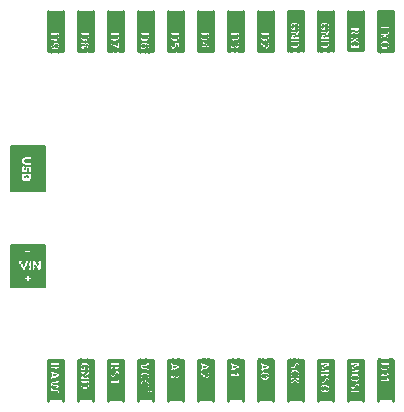
<source format=gto>
G75*
%MOIN*%
%OFA0B0*%
%FSLAX25Y25*%
%IPPOS*%
%LPD*%
%AMOC8*
5,1,8,0,0,1.08239X$1,22.5*
%
%ADD10R,0.05000X0.01500*%
%ADD11R,0.05000X0.03000*%
%ADD12R,0.05000X0.04000*%
%ADD13R,0.05000X0.06500*%
%ADD14R,0.05000X0.07000*%
%ADD15R,0.05000X0.06000*%
%ADD16R,0.05000X0.04500*%
%ADD17R,0.05000X0.02000*%
%ADD18R,0.05000X0.05500*%
%ADD19R,0.05000X0.02500*%
%ADD20R,0.05000X0.05000*%
%ADD21C,0.01000*%
%ADD22C,0.00600*%
%ADD23R,0.00118X0.12874*%
%ADD24R,0.00079X0.12874*%
%ADD25R,0.00157X0.12874*%
%ADD26R,0.00157X0.01654*%
%ADD27R,0.00157X0.02480*%
%ADD28R,0.00157X0.01063*%
%ADD29R,0.00157X0.01535*%
%ADD30R,0.00118X0.01654*%
%ADD31R,0.00118X0.02244*%
%ADD32R,0.00118X0.01535*%
%ADD33R,0.00118X0.01063*%
%ADD34R,0.00118X0.01890*%
%ADD35R,0.00118X0.00591*%
%ADD36R,0.00118X0.00945*%
%ADD37R,0.00157X0.00827*%
%ADD38R,0.00157X0.01772*%
%ADD39R,0.00157X0.00945*%
%ADD40R,0.00118X0.00827*%
%ADD41R,0.00118X0.01772*%
%ADD42R,0.00118X0.00118*%
%ADD43R,0.00157X0.01417*%
%ADD44R,0.00157X0.00236*%
%ADD45R,0.00157X0.00709*%
%ADD46R,0.00157X0.00118*%
%ADD47R,0.00118X0.01417*%
%ADD48R,0.00118X0.00236*%
%ADD49R,0.00118X0.00354*%
%ADD50R,0.00118X0.00472*%
%ADD51R,0.00157X0.00472*%
%ADD52R,0.00157X0.00591*%
%ADD53R,0.00157X0.00354*%
%ADD54R,0.00157X0.01890*%
%ADD55R,0.00118X0.00709*%
%ADD56R,0.00118X0.02008*%
%ADD57R,0.00157X0.02008*%
%ADD58R,0.00118X0.02126*%
%ADD59R,0.00118X0.01299*%
%ADD60R,0.00157X0.01181*%
%ADD61R,0.00157X0.02126*%
%ADD62R,0.00118X0.01181*%
%ADD63R,0.00157X0.01299*%
%ADD64R,0.00157X0.02244*%
%ADD65R,0.00118X0.02362*%
%ADD66R,0.00118X0.11457*%
%ADD67R,0.00079X0.11457*%
%ADD68R,0.00157X0.11457*%
%ADD69R,0.00157X0.02598*%
%ADD70R,0.00157X0.02362*%
%ADD71R,0.00118X0.02480*%
%ADD72R,0.00118X0.10039*%
%ADD73R,0.00079X0.10039*%
%ADD74R,0.00157X0.10039*%
%ADD75R,0.00118X0.02598*%
%ADD76R,0.00118X0.10984*%
%ADD77R,0.00079X0.10984*%
%ADD78R,0.00157X0.10984*%
%ADD79R,0.00118X0.02953*%
%ADD80R,0.00118X0.03071*%
%ADD81R,0.00157X0.03071*%
%ADD82R,0.00157X0.03189*%
%ADD83R,0.00118X0.03189*%
%ADD84R,0.00157X0.02953*%
%ADD85R,0.00118X0.07913*%
%ADD86R,0.00079X0.07913*%
%ADD87R,0.00157X0.07913*%
%ADD88R,0.00118X0.02717*%
%ADD89R,0.00118X0.08150*%
%ADD90R,0.00079X0.08150*%
%ADD91R,0.00157X0.08150*%
%ADD92R,0.00157X0.02717*%
%ADD93R,0.00118X0.02835*%
%ADD94R,0.00118X0.07205*%
%ADD95R,0.00079X0.07205*%
%ADD96R,0.00157X0.07205*%
%ADD97R,0.00118X0.08386*%
%ADD98R,0.00079X0.08386*%
%ADD99R,0.00157X0.08386*%
%ADD100R,0.00118X0.10276*%
%ADD101R,0.00079X0.10276*%
%ADD102R,0.00157X0.10276*%
%ADD103R,0.00157X0.02835*%
%ADD104R,0.00118X0.12638*%
%ADD105R,0.00079X0.12638*%
%ADD106R,0.00157X0.12638*%
%ADD107R,0.00118X0.09094*%
%ADD108R,0.00079X0.09094*%
%ADD109R,0.00157X0.09094*%
%ADD110R,0.00118X0.09331*%
%ADD111R,0.00079X0.09331*%
%ADD112R,0.00157X0.09331*%
%ADD113R,0.00118X0.11220*%
%ADD114R,0.00079X0.11220*%
%ADD115R,0.00157X0.11220*%
%ADD116R,0.00118X0.10512*%
%ADD117R,0.00079X0.10512*%
%ADD118R,0.00157X0.10512*%
%ADD119R,0.00118X0.05079*%
%ADD120R,0.00118X0.04843*%
%ADD121R,0.06732X0.00118*%
%ADD122R,0.06732X0.00079*%
%ADD123R,0.06732X0.00157*%
%ADD124R,0.04134X0.00157*%
%ADD125R,0.02008X0.00157*%
%ADD126R,0.04134X0.00118*%
%ADD127R,0.02008X0.00118*%
%ADD128R,0.03543X0.00118*%
%ADD129R,0.01417X0.00118*%
%ADD130R,0.03425X0.00118*%
%ADD131R,0.01299X0.00118*%
%ADD132R,0.03425X0.00157*%
%ADD133R,0.01299X0.00157*%
%ADD134R,0.04252X0.00157*%
%ADD135R,0.02126X0.00157*%
%ADD136R,0.06260X0.00118*%
%ADD137R,0.06260X0.00079*%
%ADD138R,0.06260X0.00157*%
%ADD139R,0.09803X0.00118*%
%ADD140R,0.09803X0.00079*%
%ADD141R,0.09803X0.00157*%
%ADD142R,0.01654X0.00118*%
%ADD143R,0.02126X0.00118*%
%ADD144R,0.05787X0.00118*%
%ADD145R,0.01417X0.00157*%
%ADD146R,0.01890X0.00157*%
%ADD147R,0.00472X0.00157*%
%ADD148R,0.00354X0.00118*%
%ADD149R,0.01181X0.00118*%
%ADD150R,0.01063X0.00118*%
%ADD151R,0.00354X0.00157*%
%ADD152R,0.00945X0.00157*%
%ADD153R,0.00472X0.00118*%
%ADD154R,0.00945X0.00118*%
%ADD155R,0.00827X0.00118*%
%ADD156R,0.01535X0.00118*%
%ADD157R,0.00591X0.00118*%
%ADD158R,0.00709X0.00118*%
%ADD159R,0.01535X0.00157*%
%ADD160R,0.00591X0.00157*%
%ADD161R,0.01772X0.00118*%
%ADD162R,0.01772X0.00157*%
%ADD163R,0.00827X0.00157*%
%ADD164R,0.00118X0.00157*%
%ADD165R,0.00236X0.00157*%
%ADD166R,0.01890X0.00118*%
%ADD167R,0.00236X0.00118*%
%ADD168R,0.01063X0.00157*%
%ADD169R,0.02244X0.00118*%
%ADD170R,0.02244X0.00157*%
%ADD171R,0.02362X0.00118*%
%ADD172R,0.02480X0.00118*%
%ADD173R,0.02480X0.00157*%
%ADD174R,0.01181X0.00157*%
%ADD175R,0.02598X0.00118*%
D10*
X0020000Y0002250D03*
D11*
X0030000Y0003000D03*
X0050000Y0003000D03*
X0110000Y0130000D03*
D12*
X0040000Y0003500D03*
D13*
X0060000Y0004750D03*
X0070000Y0004750D03*
D14*
X0080000Y0005000D03*
D15*
X0090000Y0004500D03*
X0090000Y0128500D03*
X0080000Y0128500D03*
X0070000Y0128500D03*
X0060000Y0128500D03*
X0050000Y0128500D03*
X0040000Y0128500D03*
X0030000Y0128500D03*
X0020000Y0128500D03*
D16*
X0130000Y0129250D03*
X0100000Y0003750D03*
D17*
X0110000Y0002500D03*
X0120000Y0002500D03*
X0100000Y0129000D03*
D18*
X0130000Y0004250D03*
D19*
X0100000Y0130250D03*
D20*
X0120000Y0129000D03*
D21*
X0017500Y0015000D02*
X0017500Y0001500D01*
X0022500Y0001500D02*
X0022500Y0015000D01*
X0027500Y0015000D02*
X0027500Y0001500D01*
X0032500Y0001500D02*
X0032500Y0015000D01*
X0037500Y0015000D02*
X0037500Y0001500D01*
X0042500Y0001500D02*
X0042500Y0015000D01*
X0047500Y0015000D02*
X0047500Y0001500D01*
X0052500Y0001500D02*
X0052500Y0015000D01*
X0057500Y0015000D02*
X0057500Y0001500D01*
X0062500Y0001500D02*
X0062500Y0015000D01*
X0067500Y0015000D02*
X0067500Y0001500D01*
X0072500Y0001500D02*
X0072500Y0015000D01*
X0077500Y0015000D02*
X0077500Y0001500D01*
X0082500Y0001500D02*
X0082500Y0015000D01*
X0087500Y0015000D02*
X0087500Y0001500D01*
X0092500Y0001500D02*
X0092500Y0015000D01*
X0097500Y0015000D02*
X0097500Y0001500D01*
X0102500Y0001500D02*
X0102500Y0015000D01*
X0107500Y0015000D02*
X0107500Y0001500D01*
X0112500Y0001500D02*
X0112500Y0015000D01*
X0117500Y0015000D02*
X0117500Y0001500D01*
X0122500Y0001500D02*
X0122500Y0015000D01*
X0127500Y0015000D02*
X0127500Y0001500D01*
X0132500Y0001500D02*
X0132500Y0015000D01*
X0132500Y0118000D02*
X0132500Y0131500D01*
X0127500Y0131500D02*
X0127500Y0118000D01*
X0122500Y0118500D02*
X0122500Y0131500D01*
X0117500Y0131500D02*
X0117500Y0118500D01*
X0112500Y0118000D02*
X0112500Y0131500D01*
X0107500Y0131500D02*
X0107500Y0118000D01*
X0102500Y0118000D02*
X0102500Y0131500D01*
X0097500Y0131500D02*
X0097500Y0118000D01*
X0092500Y0118000D02*
X0092500Y0131500D01*
X0087500Y0131500D02*
X0087500Y0118000D01*
X0082500Y0118000D02*
X0082500Y0131500D01*
X0077500Y0131500D02*
X0077500Y0118000D01*
X0072500Y0118000D02*
X0072500Y0131500D01*
X0067500Y0131500D02*
X0067500Y0118000D01*
X0062500Y0118000D02*
X0062500Y0131500D01*
X0057500Y0131500D02*
X0057500Y0118000D01*
X0052500Y0118000D02*
X0052500Y0131500D01*
X0047500Y0131500D02*
X0047500Y0118000D01*
X0042500Y0118000D02*
X0042500Y0131500D01*
X0037500Y0131500D02*
X0037500Y0118000D01*
X0032500Y0118000D02*
X0032500Y0131500D01*
X0027500Y0131500D02*
X0027500Y0118000D01*
X0022500Y0118000D02*
X0022500Y0131500D01*
X0017500Y0131500D02*
X0017500Y0118000D01*
D22*
X0016500Y0086500D02*
X0010000Y0086500D01*
X0010000Y0084000D01*
X0012500Y0084000D01*
X0012500Y0073500D01*
X0010000Y0073500D01*
X0010000Y0071500D01*
X0016500Y0071500D01*
X0016500Y0086500D01*
X0016500Y0086489D02*
X0010000Y0086489D01*
X0005000Y0086489D01*
X0005000Y0086500D02*
X0005000Y0071500D01*
X0010000Y0071500D01*
X0010000Y0073500D01*
X0008000Y0073500D01*
X0008000Y0084000D01*
X0010000Y0084000D01*
X0010000Y0086500D01*
X0005000Y0086500D01*
X0005000Y0085890D02*
X0010000Y0085890D01*
X0016500Y0085890D01*
X0016500Y0085292D02*
X0010000Y0085292D01*
X0005000Y0085292D01*
X0005000Y0084693D02*
X0010000Y0084693D01*
X0016500Y0084693D01*
X0016500Y0084095D02*
X0010000Y0084095D01*
X0005000Y0084095D01*
X0005000Y0083496D02*
X0008000Y0083496D01*
X0008000Y0082898D02*
X0005000Y0082898D01*
X0005000Y0082299D02*
X0008000Y0082299D01*
X0008000Y0081701D02*
X0005000Y0081701D01*
X0005000Y0081102D02*
X0008000Y0081102D01*
X0008000Y0080503D02*
X0005000Y0080503D01*
X0005000Y0079905D02*
X0008000Y0079905D01*
X0008000Y0079306D02*
X0005000Y0079306D01*
X0005000Y0078708D02*
X0008000Y0078708D01*
X0008000Y0078109D02*
X0005000Y0078109D01*
X0005000Y0077511D02*
X0008000Y0077511D01*
X0008000Y0076912D02*
X0005000Y0076912D01*
X0005000Y0076314D02*
X0008000Y0076314D01*
X0008000Y0075715D02*
X0005000Y0075715D01*
X0005000Y0075117D02*
X0008000Y0075117D01*
X0008000Y0074518D02*
X0005000Y0074518D01*
X0005000Y0073920D02*
X0008000Y0073920D01*
X0010000Y0073321D02*
X0016500Y0073321D01*
X0016500Y0072723D02*
X0010000Y0072723D01*
X0005000Y0072723D01*
X0005000Y0073321D02*
X0010000Y0073321D01*
X0010000Y0072124D02*
X0016500Y0072124D01*
X0016500Y0071526D02*
X0010000Y0071526D01*
X0005000Y0071526D01*
X0005000Y0072124D02*
X0010000Y0072124D01*
X0012500Y0073920D02*
X0016500Y0073920D01*
X0016500Y0074518D02*
X0012500Y0074518D01*
X0012500Y0075117D02*
X0016500Y0075117D01*
X0016500Y0075715D02*
X0012500Y0075715D01*
X0012500Y0076314D02*
X0016500Y0076314D01*
X0016500Y0076912D02*
X0012500Y0076912D01*
X0012500Y0077511D02*
X0016500Y0077511D01*
X0016500Y0078109D02*
X0012500Y0078109D01*
X0012500Y0078708D02*
X0016500Y0078708D01*
X0016500Y0079306D02*
X0012500Y0079306D01*
X0012500Y0079905D02*
X0016500Y0079905D01*
X0016500Y0080503D02*
X0012500Y0080503D01*
X0012500Y0081102D02*
X0016500Y0081102D01*
X0016500Y0081701D02*
X0012500Y0081701D01*
X0012500Y0082299D02*
X0016500Y0082299D01*
X0016500Y0082898D02*
X0012500Y0082898D01*
X0012500Y0083496D02*
X0016500Y0083496D01*
X0016500Y0053500D02*
X0006500Y0053500D01*
X0007000Y0053500D01*
X0007000Y0039500D01*
X0005000Y0039500D01*
X0005000Y0053500D01*
X0006500Y0053500D01*
X0012500Y0053500D01*
X0012500Y0048500D01*
X0015500Y0048500D01*
X0015500Y0044000D01*
X0013000Y0044000D01*
X0013000Y0039500D01*
X0006500Y0039500D01*
X0016500Y0039500D01*
X0016500Y0053500D01*
X0016500Y0052972D02*
X0012500Y0052972D01*
X0012500Y0052373D02*
X0016500Y0052373D01*
X0016500Y0051775D02*
X0012500Y0051775D01*
X0012500Y0051176D02*
X0016500Y0051176D01*
X0016500Y0050578D02*
X0012500Y0050578D01*
X0012500Y0049979D02*
X0016500Y0049979D01*
X0016500Y0049381D02*
X0012500Y0049381D01*
X0012500Y0048782D02*
X0016500Y0048782D01*
X0016500Y0048184D02*
X0015500Y0048184D01*
X0015500Y0047585D02*
X0016500Y0047585D01*
X0016500Y0046987D02*
X0015500Y0046987D01*
X0015500Y0046388D02*
X0016500Y0046388D01*
X0016500Y0045790D02*
X0015500Y0045790D01*
X0015500Y0045191D02*
X0016500Y0045191D01*
X0016500Y0044593D02*
X0015500Y0044593D01*
X0016500Y0043994D02*
X0013000Y0043994D01*
X0013000Y0043396D02*
X0016500Y0043396D01*
X0016500Y0042797D02*
X0013000Y0042797D01*
X0013000Y0042199D02*
X0016500Y0042199D01*
X0016500Y0041600D02*
X0013000Y0041600D01*
X0013000Y0041002D02*
X0016500Y0041002D01*
X0016500Y0040403D02*
X0013000Y0040403D01*
X0013000Y0039805D02*
X0016500Y0039805D01*
X0007000Y0039805D02*
X0005000Y0039805D01*
X0005000Y0040403D02*
X0007000Y0040403D01*
X0007000Y0041002D02*
X0005000Y0041002D01*
X0005000Y0041600D02*
X0007000Y0041600D01*
X0007000Y0042199D02*
X0005000Y0042199D01*
X0005000Y0042797D02*
X0007000Y0042797D01*
X0007000Y0043396D02*
X0005000Y0043396D01*
X0005000Y0043994D02*
X0007000Y0043994D01*
X0007000Y0044593D02*
X0005000Y0044593D01*
X0005000Y0045191D02*
X0007000Y0045191D01*
X0007000Y0045790D02*
X0005000Y0045790D01*
X0005000Y0046388D02*
X0007000Y0046388D01*
X0007000Y0046987D02*
X0005000Y0046987D01*
X0005000Y0047585D02*
X0007000Y0047585D01*
X0007000Y0048184D02*
X0005000Y0048184D01*
X0005000Y0048782D02*
X0007000Y0048782D01*
X0007000Y0049381D02*
X0005000Y0049381D01*
X0005000Y0049979D02*
X0007000Y0049979D01*
X0007000Y0050578D02*
X0005000Y0050578D01*
X0005000Y0051176D02*
X0007000Y0051176D01*
X0007000Y0051775D02*
X0005000Y0051775D01*
X0005000Y0052373D02*
X0007000Y0052373D01*
X0007000Y0052972D02*
X0005000Y0052972D01*
D23*
X0017657Y0009146D03*
X0017776Y0009146D03*
X0017894Y0009146D03*
X0018012Y0009146D03*
X0018091Y0009146D03*
X0018209Y0009146D03*
X0018327Y0009146D03*
X0021555Y0009146D03*
X0021752Y0009146D03*
X0021870Y0009146D03*
X0022224Y0009146D03*
X0022343Y0009146D03*
D24*
X0022126Y0009146D03*
X0021654Y0009146D03*
D25*
X0022008Y0009146D03*
D26*
X0021417Y0008969D03*
X0020945Y0003535D03*
X0020945Y0014756D03*
X0021417Y0014756D03*
X0020472Y0014756D03*
X0020000Y0014756D03*
X0019528Y0014756D03*
X0019055Y0014756D03*
X0018583Y0014756D03*
X0029055Y0014638D03*
X0038583Y0008969D03*
X0048583Y0005307D03*
X0059055Y0014638D03*
X0060945Y0008378D03*
X0070945Y0008260D03*
X0079055Y0014638D03*
X0080000Y0011094D03*
X0089055Y0007906D03*
X0090945Y0007906D03*
X0090945Y0011449D03*
X0089055Y0014638D03*
X0098583Y0014756D03*
X0100472Y0014756D03*
X0100945Y0014756D03*
X0101417Y0006134D03*
X0098583Y0006134D03*
X0109055Y0003654D03*
X0110945Y0003654D03*
X0128583Y0014756D03*
X0129055Y0014756D03*
X0129528Y0014756D03*
X0130000Y0014756D03*
X0130472Y0014756D03*
X0130945Y0014756D03*
X0131417Y0014756D03*
X0129055Y0118189D03*
X0130945Y0124921D03*
X0121417Y0126256D03*
X0120945Y0126256D03*
X0120472Y0126256D03*
X0120000Y0126256D03*
X0119528Y0126256D03*
X0119055Y0126256D03*
X0118583Y0126256D03*
X0120000Y0122831D03*
X0109055Y0128138D03*
X0099055Y0128138D03*
X0091417Y0124756D03*
X0090945Y0124756D03*
X0090472Y0124756D03*
X0090000Y0124756D03*
X0089528Y0124756D03*
X0089055Y0124756D03*
X0088583Y0124756D03*
X0090945Y0118260D03*
X0061417Y0118260D03*
X0061417Y0124756D03*
X0060945Y0124756D03*
X0060472Y0124756D03*
X0060000Y0124756D03*
X0059528Y0124756D03*
X0059055Y0124756D03*
X0058583Y0124756D03*
X0041417Y0121685D03*
X0031417Y0124756D03*
X0030945Y0124756D03*
X0030472Y0124756D03*
X0030000Y0124756D03*
X0029528Y0124756D03*
X0029055Y0124756D03*
X0028583Y0124756D03*
X0030472Y0118260D03*
X0030945Y0118260D03*
X0019055Y0118142D03*
X0010028Y0079122D03*
X0009083Y0074280D03*
D27*
X0038583Y0118791D03*
X0068583Y0120917D03*
X0089055Y0118673D03*
X0100000Y0125717D03*
X0110000Y0125717D03*
X0091417Y0014224D03*
X0081417Y0014224D03*
X0061417Y0014224D03*
X0040945Y0009382D03*
X0039528Y0011272D03*
X0030000Y0012217D03*
X0021417Y0011508D03*
D28*
X0021417Y0007020D03*
X0021417Y0005366D03*
X0018583Y0006193D03*
X0029055Y0012689D03*
X0050000Y0011390D03*
X0050945Y0011154D03*
X0069055Y0011154D03*
X0088583Y0010917D03*
X0090000Y0011390D03*
X0101417Y0009500D03*
X0109055Y0005602D03*
X0110000Y0009264D03*
X0119055Y0009146D03*
X0120000Y0007256D03*
X0120000Y0005366D03*
X0130945Y0011272D03*
X0129055Y0120138D03*
X0120945Y0123126D03*
X0119055Y0120409D03*
X0109055Y0126189D03*
X0099055Y0126189D03*
X0090945Y0121272D03*
X0090945Y0120091D03*
X0089055Y0121154D03*
X0080945Y0122925D03*
X0080000Y0120917D03*
X0060945Y0121272D03*
X0049055Y0119736D03*
X0030945Y0121272D03*
X0030000Y0120917D03*
X0020945Y0121272D03*
X0019528Y0120917D03*
X0020945Y0122925D03*
D29*
X0020000Y0122689D03*
X0018583Y0121390D03*
X0019528Y0118083D03*
X0020945Y0118083D03*
X0020945Y0124697D03*
X0021417Y0124697D03*
X0020472Y0124697D03*
X0020000Y0124697D03*
X0019528Y0124697D03*
X0019055Y0124697D03*
X0018583Y0124697D03*
X0028583Y0121390D03*
X0029055Y0118201D03*
X0029528Y0118201D03*
X0038583Y0121272D03*
X0040000Y0120681D03*
X0040945Y0118319D03*
X0040945Y0124697D03*
X0041417Y0124697D03*
X0040472Y0124697D03*
X0040000Y0124697D03*
X0039528Y0124697D03*
X0039055Y0124697D03*
X0038583Y0124697D03*
X0048583Y0124697D03*
X0049055Y0124697D03*
X0049528Y0124697D03*
X0050000Y0124697D03*
X0050472Y0124697D03*
X0050945Y0124697D03*
X0051417Y0124697D03*
X0050000Y0118083D03*
X0049055Y0118083D03*
X0059055Y0118201D03*
X0059528Y0118201D03*
X0068583Y0124815D03*
X0069055Y0124815D03*
X0069528Y0124815D03*
X0070000Y0124815D03*
X0070472Y0124815D03*
X0070945Y0124815D03*
X0071417Y0124815D03*
X0078583Y0124697D03*
X0079055Y0124697D03*
X0079528Y0124697D03*
X0080000Y0124697D03*
X0080472Y0124697D03*
X0080945Y0124697D03*
X0081417Y0124697D03*
X0080000Y0122689D03*
X0080472Y0118319D03*
X0080945Y0118319D03*
X0088583Y0118201D03*
X0090472Y0118201D03*
X0089528Y0120799D03*
X0099528Y0118276D03*
X0100000Y0118276D03*
X0100472Y0118276D03*
X0109528Y0118276D03*
X0110000Y0118276D03*
X0110472Y0118276D03*
X0118583Y0118520D03*
X0119055Y0118520D03*
X0119528Y0118520D03*
X0120000Y0118520D03*
X0120472Y0118520D03*
X0120945Y0118520D03*
X0121417Y0118520D03*
X0128583Y0124980D03*
X0129528Y0120138D03*
X0130000Y0120138D03*
X0130472Y0120138D03*
X0130472Y0118130D03*
X0130000Y0118130D03*
X0129528Y0118130D03*
X0110472Y0128197D03*
X0110000Y0128197D03*
X0109528Y0128197D03*
X0100472Y0128197D03*
X0100000Y0128197D03*
X0099528Y0128197D03*
X0009555Y0083197D03*
X0029528Y0014697D03*
X0030000Y0014697D03*
X0030472Y0014697D03*
X0038583Y0014697D03*
X0039055Y0014697D03*
X0039528Y0014697D03*
X0040000Y0014697D03*
X0040472Y0014697D03*
X0040945Y0014697D03*
X0041417Y0014697D03*
X0049055Y0011508D03*
X0050945Y0014697D03*
X0058583Y0014697D03*
X0058583Y0012689D03*
X0060000Y0011154D03*
X0059528Y0008319D03*
X0059055Y0008319D03*
X0060472Y0008319D03*
X0068583Y0008201D03*
X0070472Y0008201D03*
X0068583Y0012807D03*
X0068583Y0014815D03*
X0078583Y0014697D03*
X0078583Y0012689D03*
X0079528Y0011035D03*
X0080945Y0011508D03*
X0080945Y0009028D03*
X0081417Y0009028D03*
X0080472Y0009028D03*
X0080000Y0009028D03*
X0079528Y0009028D03*
X0079055Y0009028D03*
X0078583Y0009028D03*
X0088583Y0012689D03*
X0088583Y0014697D03*
X0089528Y0007846D03*
X0090472Y0007846D03*
X0101417Y0011744D03*
X0108583Y0014697D03*
X0109055Y0014697D03*
X0109528Y0014697D03*
X0110000Y0014697D03*
X0110472Y0014697D03*
X0110945Y0014697D03*
X0111417Y0014697D03*
X0118583Y0014697D03*
X0119055Y0014697D03*
X0119528Y0014697D03*
X0120000Y0014697D03*
X0120472Y0014697D03*
X0120945Y0014697D03*
X0121417Y0014697D03*
X0121417Y0010327D03*
X0120000Y0009146D03*
X0120000Y0003594D03*
X0119528Y0003594D03*
X0119055Y0003594D03*
X0118583Y0003594D03*
X0120472Y0003594D03*
X0120945Y0003594D03*
X0121417Y0003594D03*
X0128583Y0007256D03*
X0129055Y0007256D03*
X0129528Y0007256D03*
X0130000Y0007256D03*
X0130472Y0007256D03*
X0130945Y0007256D03*
X0131417Y0007256D03*
X0111417Y0006783D03*
X0110000Y0005602D03*
X0109528Y0003594D03*
X0110472Y0003594D03*
X0030472Y0004776D03*
X0030000Y0004776D03*
X0029528Y0004776D03*
X0021417Y0003476D03*
X0020472Y0008673D03*
X0020945Y0008791D03*
X0018583Y0009972D03*
X0019528Y0011744D03*
D30*
X0019665Y0011685D03*
X0019665Y0014756D03*
X0019783Y0014756D03*
X0019862Y0014756D03*
X0020138Y0014756D03*
X0020217Y0014756D03*
X0020335Y0014756D03*
X0020610Y0014756D03*
X0020728Y0014756D03*
X0020807Y0014756D03*
X0021083Y0014756D03*
X0021201Y0014756D03*
X0021280Y0014756D03*
X0019390Y0014756D03*
X0019272Y0014756D03*
X0019193Y0014756D03*
X0018917Y0014756D03*
X0018839Y0014756D03*
X0018720Y0014756D03*
X0018445Y0014756D03*
X0020728Y0008732D03*
X0021083Y0008850D03*
X0021201Y0008850D03*
X0021083Y0003535D03*
X0020807Y0003535D03*
X0029193Y0004835D03*
X0029272Y0004835D03*
X0030610Y0004835D03*
X0030728Y0004835D03*
X0030728Y0014638D03*
X0030807Y0014638D03*
X0030610Y0014638D03*
X0029272Y0014638D03*
X0029193Y0014638D03*
X0039862Y0008969D03*
X0041083Y0008969D03*
X0048917Y0011449D03*
X0050610Y0014638D03*
X0050728Y0014638D03*
X0050807Y0014638D03*
X0058839Y0014638D03*
X0058917Y0014638D03*
X0060138Y0011213D03*
X0061083Y0011449D03*
X0061280Y0011567D03*
X0061083Y0008378D03*
X0060335Y0008378D03*
X0060217Y0008378D03*
X0059783Y0008378D03*
X0058720Y0008378D03*
X0051280Y0005307D03*
X0051083Y0005307D03*
X0048839Y0005307D03*
X0068720Y0014756D03*
X0068839Y0014756D03*
X0068917Y0014756D03*
X0070138Y0008260D03*
X0070217Y0008260D03*
X0070335Y0008260D03*
X0070807Y0008260D03*
X0078917Y0014638D03*
X0079193Y0014638D03*
X0079783Y0011094D03*
X0079862Y0011094D03*
X0088917Y0007906D03*
X0090807Y0007906D03*
X0089193Y0014638D03*
X0088917Y0014638D03*
X0098720Y0014756D03*
X0098839Y0014756D03*
X0100335Y0014756D03*
X0100610Y0014756D03*
X0100728Y0014756D03*
X0100807Y0014756D03*
X0101083Y0014756D03*
X0100335Y0012512D03*
X0098445Y0006134D03*
X0109193Y0003654D03*
X0110728Y0003654D03*
X0110807Y0003654D03*
X0110335Y0007669D03*
X0111201Y0012512D03*
X0111280Y0012512D03*
X0121201Y0012512D03*
X0121280Y0012512D03*
X0120335Y0005661D03*
X0128839Y0011094D03*
X0128839Y0014756D03*
X0128917Y0014756D03*
X0128720Y0014756D03*
X0128445Y0014756D03*
X0129193Y0014756D03*
X0129272Y0014756D03*
X0129390Y0014756D03*
X0129665Y0014756D03*
X0129783Y0014756D03*
X0129862Y0014756D03*
X0130138Y0014756D03*
X0130217Y0014756D03*
X0130335Y0014756D03*
X0130610Y0014756D03*
X0130728Y0014756D03*
X0130807Y0014756D03*
X0131083Y0014756D03*
X0131201Y0014756D03*
X0131280Y0014756D03*
X0130807Y0118189D03*
X0130728Y0118189D03*
X0130610Y0118189D03*
X0129272Y0118189D03*
X0129193Y0118189D03*
X0128839Y0124921D03*
X0128720Y0124921D03*
X0131083Y0124921D03*
X0121280Y0126256D03*
X0121201Y0126256D03*
X0121083Y0126256D03*
X0120807Y0126256D03*
X0120728Y0126256D03*
X0120610Y0126256D03*
X0120335Y0126256D03*
X0120217Y0126256D03*
X0120138Y0126256D03*
X0119862Y0126256D03*
X0119783Y0126256D03*
X0119665Y0126256D03*
X0119390Y0126256D03*
X0119272Y0126256D03*
X0119193Y0126256D03*
X0118917Y0126256D03*
X0118839Y0126256D03*
X0118720Y0126256D03*
X0118445Y0126256D03*
X0110807Y0128138D03*
X0110728Y0128138D03*
X0110610Y0128138D03*
X0109272Y0128138D03*
X0109193Y0128138D03*
X0100807Y0128138D03*
X0100728Y0128138D03*
X0100610Y0128138D03*
X0099272Y0128138D03*
X0099193Y0128138D03*
X0091280Y0124756D03*
X0091201Y0124756D03*
X0091083Y0124756D03*
X0090807Y0124756D03*
X0090728Y0124756D03*
X0090610Y0124756D03*
X0090335Y0124756D03*
X0090217Y0124756D03*
X0090138Y0124756D03*
X0089862Y0124756D03*
X0089783Y0124756D03*
X0089665Y0124756D03*
X0089390Y0124756D03*
X0089272Y0124756D03*
X0089193Y0124756D03*
X0088917Y0124756D03*
X0088839Y0124756D03*
X0088720Y0124756D03*
X0088445Y0124756D03*
X0089665Y0120740D03*
X0089783Y0120740D03*
X0089862Y0120622D03*
X0090138Y0118260D03*
X0090217Y0118260D03*
X0091083Y0118260D03*
X0099193Y0118335D03*
X0099272Y0118335D03*
X0100610Y0118335D03*
X0100728Y0118335D03*
X0109193Y0118335D03*
X0109272Y0118335D03*
X0110610Y0118335D03*
X0110728Y0118335D03*
X0081083Y0118378D03*
X0080335Y0118378D03*
X0080217Y0118378D03*
X0079783Y0118378D03*
X0078720Y0118378D03*
X0070807Y0120976D03*
X0061280Y0121449D03*
X0061280Y0118260D03*
X0061201Y0118260D03*
X0059862Y0118260D03*
X0059783Y0118260D03*
X0058917Y0118260D03*
X0058839Y0118260D03*
X0058839Y0124756D03*
X0058917Y0124756D03*
X0058720Y0124756D03*
X0058445Y0124756D03*
X0059193Y0124756D03*
X0059272Y0124756D03*
X0059390Y0124756D03*
X0059665Y0124756D03*
X0059783Y0124756D03*
X0059862Y0124756D03*
X0060138Y0124756D03*
X0060217Y0124756D03*
X0060335Y0124756D03*
X0060610Y0124756D03*
X0060728Y0124756D03*
X0060807Y0124756D03*
X0061083Y0124756D03*
X0061201Y0124756D03*
X0061280Y0124756D03*
X0051280Y0118142D03*
X0051201Y0118142D03*
X0050138Y0118142D03*
X0048839Y0118142D03*
X0048720Y0118142D03*
X0051201Y0121213D03*
X0040807Y0118378D03*
X0040728Y0118378D03*
X0040610Y0118378D03*
X0040335Y0120622D03*
X0040217Y0120622D03*
X0031083Y0118260D03*
X0030807Y0118260D03*
X0030728Y0118260D03*
X0030610Y0118260D03*
X0029665Y0118260D03*
X0028839Y0118260D03*
X0028720Y0118260D03*
X0028720Y0124756D03*
X0028839Y0124756D03*
X0028917Y0124756D03*
X0029193Y0124756D03*
X0029272Y0124756D03*
X0029390Y0124756D03*
X0029665Y0124756D03*
X0029783Y0124756D03*
X0029862Y0124756D03*
X0030138Y0124756D03*
X0030217Y0124756D03*
X0030335Y0124756D03*
X0030610Y0124756D03*
X0030728Y0124756D03*
X0030807Y0124756D03*
X0031083Y0124756D03*
X0031201Y0124756D03*
X0031280Y0124756D03*
X0028445Y0124756D03*
X0021083Y0118142D03*
X0018917Y0118142D03*
X0009417Y0083138D03*
X0009339Y0083138D03*
X0008945Y0079949D03*
X0011780Y0074280D03*
D31*
X0039193Y0118673D03*
X0039272Y0118673D03*
X0048445Y0121272D03*
X0058917Y0120681D03*
X0059193Y0120563D03*
X0068839Y0120799D03*
X0071201Y0121035D03*
X0089272Y0118555D03*
X0090728Y0120563D03*
X0100807Y0125598D03*
X0101280Y0118630D03*
X0110807Y0125598D03*
X0111280Y0118630D03*
X0129862Y0124626D03*
X0019272Y0120445D03*
X0019193Y0120445D03*
X0018917Y0120563D03*
X0048720Y0014343D03*
X0048839Y0014343D03*
X0048917Y0014343D03*
X0049783Y0009264D03*
X0049862Y0009264D03*
X0050138Y0009264D03*
X0050217Y0009264D03*
X0050610Y0009146D03*
X0050728Y0009146D03*
X0050807Y0009028D03*
X0049390Y0009146D03*
X0049272Y0009146D03*
X0049193Y0009146D03*
X0041083Y0006547D03*
X0040807Y0006547D03*
X0040728Y0006547D03*
X0040610Y0006547D03*
X0040335Y0006547D03*
X0040217Y0006547D03*
X0040138Y0006547D03*
X0039862Y0006547D03*
X0039783Y0006547D03*
X0039665Y0006547D03*
X0039390Y0006547D03*
X0039272Y0006547D03*
X0039193Y0006547D03*
X0038917Y0006547D03*
X0038839Y0006547D03*
X0038720Y0006547D03*
X0038445Y0006547D03*
X0040217Y0009264D03*
X0030807Y0012098D03*
X0031280Y0005130D03*
X0021280Y0011390D03*
X0018917Y0003831D03*
X0018839Y0003831D03*
X0018720Y0003831D03*
X0059193Y0010563D03*
X0059272Y0010563D03*
X0059665Y0010681D03*
X0059783Y0010799D03*
X0060610Y0014343D03*
X0060728Y0014343D03*
X0060807Y0014343D03*
X0069862Y0010917D03*
X0069390Y0008555D03*
X0070610Y0014461D03*
X0070728Y0014461D03*
X0080610Y0014343D03*
X0080728Y0014343D03*
X0080807Y0014343D03*
X0088445Y0008201D03*
X0090610Y0014343D03*
X0090728Y0014343D03*
X0090807Y0014343D03*
X0099272Y0010091D03*
X0099390Y0010091D03*
X0099665Y0010091D03*
X0099783Y0010091D03*
X0100138Y0010091D03*
X0100217Y0010091D03*
X0100335Y0010091D03*
X0100610Y0010091D03*
X0100610Y0006429D03*
X0099390Y0006429D03*
X0099272Y0006429D03*
X0108445Y0003949D03*
X0118917Y0007020D03*
D32*
X0119783Y0007138D03*
X0121280Y0007610D03*
X0120217Y0009146D03*
X0120138Y0009146D03*
X0119862Y0009146D03*
X0119783Y0009146D03*
X0119665Y0009146D03*
X0118445Y0010327D03*
X0118445Y0014697D03*
X0118720Y0014697D03*
X0118839Y0014697D03*
X0118917Y0014697D03*
X0119193Y0014697D03*
X0119272Y0014697D03*
X0119390Y0014697D03*
X0119665Y0014697D03*
X0119783Y0014697D03*
X0119862Y0014697D03*
X0120138Y0014697D03*
X0120217Y0014697D03*
X0120335Y0014697D03*
X0120610Y0014697D03*
X0120728Y0014697D03*
X0120807Y0014697D03*
X0121083Y0014697D03*
X0121201Y0014697D03*
X0121280Y0014697D03*
X0128445Y0007256D03*
X0128720Y0007256D03*
X0128839Y0007256D03*
X0128917Y0007256D03*
X0129193Y0007256D03*
X0129272Y0007256D03*
X0129390Y0007256D03*
X0129665Y0007256D03*
X0129783Y0007256D03*
X0129862Y0007256D03*
X0130138Y0007256D03*
X0130217Y0007256D03*
X0130335Y0007256D03*
X0130610Y0007256D03*
X0130728Y0007256D03*
X0130807Y0007256D03*
X0131083Y0007256D03*
X0131201Y0007256D03*
X0131280Y0007256D03*
X0131201Y0011272D03*
X0128917Y0011035D03*
X0120217Y0005602D03*
X0120217Y0003594D03*
X0120138Y0003594D03*
X0120335Y0003594D03*
X0120610Y0003594D03*
X0120728Y0003594D03*
X0120807Y0003594D03*
X0121083Y0003594D03*
X0121201Y0003594D03*
X0121280Y0003594D03*
X0119862Y0003594D03*
X0119783Y0003594D03*
X0119665Y0003594D03*
X0119390Y0003594D03*
X0119272Y0003594D03*
X0119193Y0003594D03*
X0118917Y0003594D03*
X0118839Y0003594D03*
X0118720Y0003594D03*
X0118445Y0003594D03*
X0110610Y0003594D03*
X0110335Y0003594D03*
X0110217Y0003594D03*
X0109783Y0003594D03*
X0109665Y0003594D03*
X0109390Y0003594D03*
X0109272Y0003594D03*
X0109665Y0005602D03*
X0109783Y0005602D03*
X0109862Y0005602D03*
X0110138Y0005602D03*
X0110217Y0005602D03*
X0109783Y0009028D03*
X0109783Y0014697D03*
X0109862Y0014697D03*
X0109665Y0014697D03*
X0109390Y0014697D03*
X0109272Y0014697D03*
X0109193Y0014697D03*
X0108917Y0014697D03*
X0108839Y0014697D03*
X0108720Y0014697D03*
X0108445Y0014697D03*
X0110138Y0014697D03*
X0110217Y0014697D03*
X0110335Y0014697D03*
X0110610Y0014697D03*
X0110728Y0014697D03*
X0110807Y0014697D03*
X0111083Y0014697D03*
X0111201Y0014697D03*
X0111280Y0014697D03*
X0090807Y0011508D03*
X0090728Y0011508D03*
X0088445Y0012689D03*
X0088720Y0014697D03*
X0088839Y0014697D03*
X0089193Y0007846D03*
X0089272Y0007846D03*
X0089390Y0007846D03*
X0090610Y0007846D03*
X0090728Y0007846D03*
X0081280Y0009028D03*
X0081201Y0009028D03*
X0081083Y0009028D03*
X0080807Y0009028D03*
X0080728Y0009028D03*
X0080610Y0009028D03*
X0080335Y0009028D03*
X0080217Y0009028D03*
X0080138Y0009028D03*
X0079862Y0009028D03*
X0079783Y0009028D03*
X0079665Y0009028D03*
X0079390Y0009028D03*
X0079272Y0009028D03*
X0079193Y0009028D03*
X0078917Y0009028D03*
X0078839Y0009028D03*
X0078720Y0009028D03*
X0078445Y0009028D03*
X0079390Y0011035D03*
X0079665Y0011035D03*
X0078445Y0012689D03*
X0078720Y0014697D03*
X0078839Y0014697D03*
X0071201Y0011626D03*
X0071083Y0011626D03*
X0069390Y0011035D03*
X0068445Y0012807D03*
X0068445Y0014815D03*
X0068445Y0008201D03*
X0068720Y0008201D03*
X0070610Y0008201D03*
X0070728Y0008201D03*
X0060807Y0008319D03*
X0060728Y0008319D03*
X0060610Y0008319D03*
X0059665Y0008319D03*
X0058917Y0008319D03*
X0058839Y0008319D03*
X0059862Y0011154D03*
X0058445Y0012689D03*
X0058720Y0014697D03*
X0051201Y0014697D03*
X0051083Y0014697D03*
X0041280Y0014697D03*
X0041201Y0014697D03*
X0041083Y0014697D03*
X0040807Y0014697D03*
X0040728Y0014697D03*
X0040610Y0014697D03*
X0040335Y0014697D03*
X0040217Y0014697D03*
X0040138Y0014697D03*
X0039862Y0014697D03*
X0039783Y0014697D03*
X0039665Y0014697D03*
X0039390Y0014697D03*
X0039272Y0014697D03*
X0039193Y0014697D03*
X0038917Y0014697D03*
X0038839Y0014697D03*
X0038720Y0014697D03*
X0038445Y0014697D03*
X0039862Y0011390D03*
X0041280Y0011626D03*
X0039783Y0008909D03*
X0038720Y0008909D03*
X0030335Y0004776D03*
X0030217Y0004776D03*
X0030138Y0004776D03*
X0029862Y0004776D03*
X0029783Y0004776D03*
X0029665Y0004776D03*
X0029390Y0004776D03*
X0021280Y0003476D03*
X0021201Y0003476D03*
X0019783Y0008437D03*
X0020138Y0008555D03*
X0020217Y0008555D03*
X0020335Y0008673D03*
X0020610Y0008673D03*
X0020807Y0008791D03*
X0021280Y0008909D03*
X0020807Y0011272D03*
X0020728Y0011272D03*
X0020610Y0011272D03*
X0019862Y0011508D03*
X0019783Y0011626D03*
X0019390Y0011744D03*
X0018445Y0009972D03*
X0029390Y0014697D03*
X0029665Y0014697D03*
X0029783Y0014697D03*
X0029862Y0014697D03*
X0030138Y0014697D03*
X0030217Y0014697D03*
X0030335Y0014697D03*
X0048720Y0005248D03*
X0051201Y0005248D03*
X0011701Y0074220D03*
X0011583Y0074220D03*
X0010638Y0074220D03*
X0009220Y0074220D03*
X0010835Y0077882D03*
X0009693Y0083197D03*
X0019193Y0118083D03*
X0019272Y0118083D03*
X0019390Y0118083D03*
X0020728Y0118083D03*
X0020807Y0118083D03*
X0019390Y0120799D03*
X0021201Y0121272D03*
X0020335Y0122689D03*
X0020217Y0122689D03*
X0020138Y0122689D03*
X0019862Y0122689D03*
X0019783Y0122689D03*
X0019665Y0122689D03*
X0019665Y0124697D03*
X0019783Y0124697D03*
X0019862Y0124697D03*
X0020138Y0124697D03*
X0020217Y0124697D03*
X0020335Y0124697D03*
X0020610Y0124697D03*
X0020728Y0124697D03*
X0020807Y0124697D03*
X0021083Y0124697D03*
X0021201Y0124697D03*
X0021280Y0124697D03*
X0019390Y0124697D03*
X0019272Y0124697D03*
X0019193Y0124697D03*
X0018917Y0124697D03*
X0018839Y0124697D03*
X0018720Y0124697D03*
X0018445Y0124697D03*
X0028917Y0118201D03*
X0029193Y0118201D03*
X0029272Y0118201D03*
X0029390Y0118201D03*
X0038720Y0121154D03*
X0039862Y0120681D03*
X0040138Y0120681D03*
X0041083Y0118319D03*
X0041201Y0118319D03*
X0041201Y0124697D03*
X0041280Y0124697D03*
X0041083Y0124697D03*
X0040807Y0124697D03*
X0040728Y0124697D03*
X0040610Y0124697D03*
X0040335Y0124697D03*
X0040217Y0124697D03*
X0040138Y0124697D03*
X0039862Y0124697D03*
X0039783Y0124697D03*
X0039665Y0124697D03*
X0039390Y0124697D03*
X0039272Y0124697D03*
X0039193Y0124697D03*
X0038917Y0124697D03*
X0038839Y0124697D03*
X0038720Y0124697D03*
X0038445Y0124697D03*
X0048445Y0124697D03*
X0048720Y0124697D03*
X0048839Y0124697D03*
X0048917Y0124697D03*
X0049193Y0124697D03*
X0049272Y0124697D03*
X0049390Y0124697D03*
X0049665Y0124697D03*
X0049783Y0124697D03*
X0049862Y0124697D03*
X0050138Y0124697D03*
X0050217Y0124697D03*
X0050335Y0124697D03*
X0050610Y0124697D03*
X0050728Y0124697D03*
X0050807Y0124697D03*
X0051083Y0124697D03*
X0051201Y0124697D03*
X0051280Y0124697D03*
X0049862Y0118083D03*
X0048917Y0118083D03*
X0059193Y0118201D03*
X0059272Y0118201D03*
X0059390Y0118201D03*
X0059665Y0118201D03*
X0068445Y0124815D03*
X0068720Y0124815D03*
X0068839Y0124815D03*
X0068917Y0124815D03*
X0069193Y0124815D03*
X0069272Y0124815D03*
X0069390Y0124815D03*
X0069665Y0124815D03*
X0069783Y0124815D03*
X0069862Y0124815D03*
X0070138Y0124815D03*
X0070217Y0124815D03*
X0070335Y0124815D03*
X0070610Y0124815D03*
X0070728Y0124815D03*
X0070807Y0124815D03*
X0071083Y0124815D03*
X0071201Y0124815D03*
X0071280Y0124815D03*
X0069390Y0118201D03*
X0069272Y0118201D03*
X0069193Y0118201D03*
X0078839Y0118319D03*
X0078917Y0118319D03*
X0079665Y0118319D03*
X0080610Y0118319D03*
X0080728Y0118319D03*
X0080807Y0118319D03*
X0081280Y0121390D03*
X0080335Y0122689D03*
X0080217Y0122689D03*
X0080138Y0122689D03*
X0079862Y0122689D03*
X0079783Y0122689D03*
X0079665Y0122689D03*
X0079665Y0124697D03*
X0079783Y0124697D03*
X0079862Y0124697D03*
X0080138Y0124697D03*
X0080217Y0124697D03*
X0080335Y0124697D03*
X0080610Y0124697D03*
X0080728Y0124697D03*
X0080807Y0124697D03*
X0081083Y0124697D03*
X0081201Y0124697D03*
X0081280Y0124697D03*
X0079390Y0124697D03*
X0079272Y0124697D03*
X0079193Y0124697D03*
X0078917Y0124697D03*
X0078839Y0124697D03*
X0078720Y0124697D03*
X0078445Y0124697D03*
X0088445Y0121626D03*
X0091280Y0121508D03*
X0090807Y0118201D03*
X0090728Y0118201D03*
X0090610Y0118201D03*
X0090335Y0118201D03*
X0088720Y0118201D03*
X0088445Y0118201D03*
X0099390Y0118276D03*
X0099665Y0118276D03*
X0099783Y0118276D03*
X0099862Y0118276D03*
X0100138Y0118276D03*
X0100217Y0118276D03*
X0100335Y0118276D03*
X0109390Y0118276D03*
X0109665Y0118276D03*
X0109783Y0118276D03*
X0109862Y0118276D03*
X0110138Y0118276D03*
X0110217Y0118276D03*
X0110335Y0118276D03*
X0118445Y0118520D03*
X0118720Y0118520D03*
X0118839Y0118520D03*
X0118917Y0118520D03*
X0119193Y0118520D03*
X0119272Y0118520D03*
X0119390Y0118520D03*
X0119665Y0118520D03*
X0119783Y0118520D03*
X0119862Y0118520D03*
X0120138Y0118520D03*
X0120217Y0118520D03*
X0120335Y0118520D03*
X0120610Y0118520D03*
X0120728Y0118520D03*
X0120807Y0118520D03*
X0121083Y0118520D03*
X0121201Y0118520D03*
X0121280Y0118520D03*
X0120138Y0122890D03*
X0119272Y0123126D03*
X0119193Y0123126D03*
X0128445Y0121319D03*
X0129390Y0120138D03*
X0129665Y0120138D03*
X0129783Y0120138D03*
X0129862Y0120138D03*
X0130138Y0120138D03*
X0130217Y0120138D03*
X0130335Y0120138D03*
X0130335Y0118130D03*
X0130217Y0118130D03*
X0130138Y0118130D03*
X0129862Y0118130D03*
X0129783Y0118130D03*
X0129665Y0118130D03*
X0129390Y0118130D03*
X0128445Y0124980D03*
X0110335Y0128197D03*
X0110217Y0128197D03*
X0110138Y0128197D03*
X0109862Y0128197D03*
X0109783Y0128197D03*
X0109665Y0128197D03*
X0109390Y0128197D03*
X0100335Y0128197D03*
X0100217Y0128197D03*
X0100138Y0128197D03*
X0099862Y0128197D03*
X0099783Y0128197D03*
X0099665Y0128197D03*
X0099390Y0128197D03*
D33*
X0098839Y0123472D03*
X0098720Y0123472D03*
X0101083Y0123236D03*
X0101201Y0123236D03*
X0100807Y0120402D03*
X0098917Y0120402D03*
X0108917Y0120402D03*
X0110807Y0120402D03*
X0111083Y0123236D03*
X0111201Y0123236D03*
X0108839Y0123472D03*
X0108720Y0123472D03*
X0118445Y0121709D03*
X0118839Y0123126D03*
X0120728Y0123008D03*
X0121280Y0121709D03*
X0120728Y0120409D03*
X0119193Y0120409D03*
X0128445Y0123209D03*
X0130807Y0121791D03*
X0131280Y0123209D03*
X0130807Y0120138D03*
X0088917Y0121272D03*
X0088839Y0121390D03*
X0088917Y0122925D03*
X0080138Y0120917D03*
X0079862Y0120917D03*
X0078839Y0121272D03*
X0070807Y0122925D03*
X0068917Y0122925D03*
X0070217Y0121035D03*
X0070335Y0121035D03*
X0058917Y0122925D03*
X0050807Y0121154D03*
X0050728Y0121154D03*
X0049783Y0119736D03*
X0049193Y0119736D03*
X0048917Y0122925D03*
X0041083Y0121272D03*
X0040807Y0122807D03*
X0038917Y0122807D03*
X0028917Y0122925D03*
X0010717Y0077646D03*
X0008945Y0077528D03*
X0018445Y0012925D03*
X0018917Y0011626D03*
X0021083Y0007020D03*
X0021201Y0007020D03*
X0021280Y0007020D03*
X0021280Y0005366D03*
X0021201Y0005366D03*
X0018445Y0006193D03*
X0028917Y0006902D03*
X0030807Y0006902D03*
X0031083Y0009736D03*
X0031201Y0009736D03*
X0028839Y0009972D03*
X0028720Y0009972D03*
X0038445Y0012925D03*
X0040138Y0011508D03*
X0041083Y0011626D03*
X0048839Y0008319D03*
X0048917Y0008437D03*
X0051083Y0008319D03*
X0051201Y0008201D03*
X0051201Y0011035D03*
X0051083Y0011035D03*
X0050610Y0011272D03*
X0050217Y0011390D03*
X0050138Y0011390D03*
X0050728Y0012807D03*
X0088720Y0011035D03*
X0089783Y0011390D03*
X0089862Y0011390D03*
X0098445Y0009500D03*
X0098720Y0011862D03*
X0101083Y0011980D03*
X0098445Y0007965D03*
X0111280Y0009264D03*
X0118720Y0007728D03*
X0118839Y0007610D03*
X0121083Y0007610D03*
X0121083Y0010563D03*
X0118839Y0010563D03*
X0128917Y0012925D03*
X0131280Y0009264D03*
D34*
X0131280Y0011331D03*
X0120728Y0005780D03*
X0120610Y0005780D03*
X0118720Y0012512D03*
X0118445Y0012512D03*
X0110728Y0007669D03*
X0110610Y0007669D03*
X0108917Y0008850D03*
X0108445Y0006961D03*
X0108720Y0003772D03*
X0111201Y0003772D03*
X0101083Y0006252D03*
X0098917Y0006252D03*
X0098839Y0006252D03*
X0100807Y0012512D03*
X0100728Y0012630D03*
X0101280Y0014638D03*
X0100138Y0014638D03*
X0098445Y0014638D03*
X0091201Y0011449D03*
X0089783Y0014520D03*
X0089665Y0014520D03*
X0088720Y0008024D03*
X0091280Y0008024D03*
X0081201Y0011449D03*
X0080335Y0011213D03*
X0079783Y0014520D03*
X0079665Y0014520D03*
X0069665Y0014638D03*
X0069390Y0014638D03*
X0069665Y0010976D03*
X0069783Y0008378D03*
X0061280Y0008496D03*
X0060138Y0008496D03*
X0059783Y0014520D03*
X0059665Y0014520D03*
X0050138Y0014520D03*
X0049862Y0014520D03*
X0049783Y0014520D03*
X0048445Y0008260D03*
X0048445Y0005425D03*
X0039783Y0011331D03*
X0038445Y0009087D03*
X0031083Y0004953D03*
X0028839Y0004953D03*
X0021201Y0011331D03*
X0021083Y0011331D03*
X0028839Y0014520D03*
X0031083Y0014520D03*
X0031201Y0014520D03*
X0020217Y0003654D03*
X0020138Y0003654D03*
X0019862Y0003654D03*
X0008945Y0074398D03*
X0018720Y0118260D03*
X0021280Y0118260D03*
X0018445Y0121449D03*
X0029862Y0118378D03*
X0030217Y0118378D03*
X0031280Y0118378D03*
X0038445Y0121449D03*
X0040610Y0120622D03*
X0040728Y0120622D03*
X0040217Y0118496D03*
X0040138Y0118496D03*
X0050335Y0118260D03*
X0058445Y0121449D03*
X0060138Y0118378D03*
X0071083Y0120976D03*
X0079665Y0120504D03*
X0080335Y0120504D03*
X0081280Y0118496D03*
X0089783Y0118378D03*
X0091280Y0118378D03*
X0090138Y0120504D03*
X0098839Y0118453D03*
X0101083Y0118453D03*
X0108839Y0118453D03*
X0111083Y0118453D03*
X0119665Y0123067D03*
X0111201Y0128020D03*
X0111083Y0128020D03*
X0108839Y0128020D03*
X0101201Y0128020D03*
X0101083Y0128020D03*
X0098839Y0128020D03*
X0129193Y0124803D03*
X0129272Y0124803D03*
X0130610Y0124803D03*
X0131083Y0118307D03*
X0131201Y0118307D03*
X0128839Y0118307D03*
X0108720Y0012512D03*
X0108445Y0012512D03*
D35*
X0109193Y0013161D03*
X0109272Y0013161D03*
X0109272Y0011862D03*
X0109193Y0011862D03*
X0108839Y0008319D03*
X0109193Y0007020D03*
X0109272Y0007020D03*
X0109390Y0007020D03*
X0109665Y0007138D03*
X0111083Y0008083D03*
X0118839Y0006429D03*
X0118917Y0005130D03*
X0119193Y0005130D03*
X0119272Y0005130D03*
X0119390Y0005130D03*
X0119272Y0011862D03*
X0119193Y0011862D03*
X0119193Y0013161D03*
X0119272Y0013161D03*
X0130610Y0011272D03*
X0130610Y0009500D03*
X0130807Y0009500D03*
X0131083Y0013161D03*
X0101083Y0012925D03*
X0099783Y0012098D03*
X0099390Y0011980D03*
X0099272Y0011980D03*
X0099193Y0011980D03*
X0099193Y0008201D03*
X0100728Y0008201D03*
X0100807Y0008201D03*
X0090138Y0010091D03*
X0089665Y0009382D03*
X0089862Y0009264D03*
X0089862Y0012689D03*
X0079862Y0012689D03*
X0069862Y0012807D03*
X0068445Y0011154D03*
X0059862Y0012689D03*
X0059783Y0012689D03*
X0051083Y0009618D03*
X0049862Y0012807D03*
X0041083Y0013161D03*
X0039862Y0013161D03*
X0039390Y0013161D03*
X0039272Y0013161D03*
X0038839Y0010445D03*
X0041083Y0010209D03*
X0041201Y0009382D03*
X0041280Y0009382D03*
X0031083Y0007138D03*
X0030335Y0009500D03*
X0030217Y0009500D03*
X0029665Y0010209D03*
X0031083Y0012689D03*
X0021083Y0013161D03*
X0019862Y0013161D03*
X0019272Y0013161D03*
X0019193Y0013161D03*
X0018445Y0011626D03*
X0019862Y0009972D03*
X0020138Y0007020D03*
X0020217Y0007020D03*
X0020335Y0007020D03*
X0019665Y0006193D03*
X0019390Y0006193D03*
X0019272Y0006193D03*
X0020138Y0005366D03*
X0020217Y0005366D03*
X0020335Y0005366D03*
X0011701Y0077409D03*
X0011583Y0077409D03*
X0009693Y0078591D03*
X0009220Y0077409D03*
X0011780Y0079654D03*
X0009693Y0081307D03*
X0028839Y0119854D03*
X0031083Y0123161D03*
X0041083Y0123043D03*
X0049665Y0121154D03*
X0049783Y0121154D03*
X0059862Y0121154D03*
X0061083Y0123161D03*
X0069193Y0121390D03*
X0069272Y0121390D03*
X0069665Y0121272D03*
X0070138Y0119972D03*
X0071083Y0123161D03*
X0081083Y0120091D03*
X0091083Y0123161D03*
X0099665Y0123709D03*
X0100217Y0123000D03*
X0100335Y0123000D03*
X0101083Y0120638D03*
X0101083Y0126189D03*
X0109665Y0123709D03*
X0110217Y0123000D03*
X0110335Y0123000D03*
X0111083Y0120638D03*
X0111083Y0126189D03*
X0119193Y0124661D03*
X0119272Y0124661D03*
X0121083Y0124661D03*
X0120807Y0121709D03*
X0120728Y0121709D03*
X0118917Y0121709D03*
X0128917Y0123209D03*
X0130728Y0123209D03*
X0130807Y0123209D03*
X0131083Y0120138D03*
X0020335Y0121154D03*
X0020217Y0121154D03*
D36*
X0019665Y0120976D03*
X0020807Y0121213D03*
X0020807Y0119795D03*
X0018839Y0122984D03*
X0028917Y0121331D03*
X0030138Y0120976D03*
X0030217Y0121094D03*
X0030335Y0121094D03*
X0030728Y0121213D03*
X0030807Y0121213D03*
X0030807Y0119913D03*
X0030728Y0119913D03*
X0030610Y0119913D03*
X0029390Y0119913D03*
X0029272Y0119913D03*
X0029193Y0119913D03*
X0028917Y0119913D03*
X0049193Y0121213D03*
X0049862Y0119795D03*
X0059783Y0120031D03*
X0060728Y0121213D03*
X0060807Y0121213D03*
X0070138Y0121094D03*
X0078839Y0120150D03*
X0078839Y0122984D03*
X0098917Y0123531D03*
X0100807Y0123177D03*
X0101083Y0124949D03*
X0101280Y0124949D03*
X0098917Y0126130D03*
X0108917Y0126130D03*
X0111083Y0124949D03*
X0111280Y0124949D03*
X0110807Y0123177D03*
X0108917Y0123531D03*
X0118445Y0124484D03*
X0118720Y0123067D03*
X0120217Y0124484D03*
X0120335Y0124484D03*
X0120610Y0124484D03*
X0120728Y0124484D03*
X0121201Y0121650D03*
X0120807Y0120350D03*
X0118917Y0120350D03*
X0118839Y0120350D03*
X0131201Y0123150D03*
X0120335Y0012512D03*
X0120807Y0010622D03*
X0118917Y0010622D03*
X0120217Y0007433D03*
X0120807Y0007551D03*
X0111201Y0009323D03*
X0110138Y0009323D03*
X0108445Y0009323D03*
X0108839Y0006961D03*
X0110335Y0012512D03*
X0101280Y0008024D03*
X0098917Y0009441D03*
X0098917Y0010504D03*
X0098839Y0011921D03*
X0089665Y0011331D03*
X0089390Y0011331D03*
X0089272Y0011213D03*
X0089193Y0011213D03*
X0088917Y0011094D03*
X0088839Y0011094D03*
X0089390Y0012748D03*
X0079390Y0012748D03*
X0068917Y0011213D03*
X0058839Y0010150D03*
X0050807Y0011213D03*
X0050728Y0011213D03*
X0050335Y0011331D03*
X0050335Y0012748D03*
X0050610Y0012748D03*
X0048917Y0006843D03*
X0040335Y0011567D03*
X0040217Y0011567D03*
X0038839Y0011685D03*
X0038445Y0011449D03*
X0038720Y0012984D03*
X0040138Y0012984D03*
X0040217Y0012984D03*
X0040335Y0012984D03*
X0040610Y0012984D03*
X0040728Y0012984D03*
X0040807Y0012984D03*
X0031280Y0011449D03*
X0031083Y0011449D03*
X0030807Y0009677D03*
X0028917Y0010031D03*
X0028917Y0012630D03*
X0020807Y0012984D03*
X0020728Y0012984D03*
X0020610Y0012984D03*
X0020335Y0012984D03*
X0020217Y0012984D03*
X0018720Y0012984D03*
X0018839Y0011685D03*
X0019390Y0010031D03*
X0021083Y0005307D03*
X0010165Y0075933D03*
X0009890Y0075933D03*
X0009772Y0075933D03*
X0009890Y0078650D03*
X0010283Y0079476D03*
X0009220Y0079949D03*
X0009772Y0081248D03*
X0009890Y0081248D03*
X0131201Y0009323D03*
D37*
X0121417Y0005248D03*
X0120472Y0007492D03*
X0120472Y0010681D03*
X0111417Y0010681D03*
X0110945Y0010681D03*
X0110472Y0010681D03*
X0110000Y0010681D03*
X0109528Y0010681D03*
X0109055Y0010681D03*
X0108583Y0010681D03*
X0098583Y0009382D03*
X0089528Y0012689D03*
X0079528Y0012689D03*
X0069528Y0012807D03*
X0059528Y0012689D03*
X0050945Y0009618D03*
X0040945Y0013043D03*
X0040000Y0013043D03*
X0040472Y0011626D03*
X0030945Y0012689D03*
X0029055Y0010091D03*
X0020945Y0013043D03*
X0020000Y0013043D03*
X0018583Y0011626D03*
X0019528Y0009972D03*
X0019055Y0006193D03*
X0010972Y0075992D03*
X0011917Y0077528D03*
X0029528Y0119972D03*
X0029055Y0121272D03*
X0030472Y0121154D03*
X0050472Y0121154D03*
X0060472Y0121154D03*
X0069528Y0120209D03*
X0070000Y0121154D03*
X0099055Y0123591D03*
X0100945Y0126189D03*
X0109055Y0123591D03*
X0110945Y0126189D03*
X0118583Y0123126D03*
X0120000Y0124543D03*
X0120945Y0124543D03*
X0118583Y0120291D03*
X0130945Y0120138D03*
D38*
X0130945Y0118248D03*
X0129055Y0124862D03*
X0119528Y0123126D03*
X0110945Y0128079D03*
X0109055Y0118394D03*
X0099055Y0118394D03*
X0090000Y0118319D03*
X0090000Y0120563D03*
X0100945Y0128079D03*
X0078583Y0118437D03*
X0071417Y0118319D03*
X0070945Y0118319D03*
X0070472Y0118319D03*
X0070000Y0118319D03*
X0069528Y0118319D03*
X0069055Y0118319D03*
X0068583Y0118319D03*
X0060000Y0118319D03*
X0051417Y0118201D03*
X0048583Y0118201D03*
X0048583Y0121272D03*
X0040472Y0120563D03*
X0040472Y0118437D03*
X0028583Y0118319D03*
X0010972Y0078000D03*
X0030945Y0014579D03*
X0040000Y0009028D03*
X0050945Y0005366D03*
X0051417Y0008201D03*
X0050472Y0014579D03*
X0058583Y0008437D03*
X0069528Y0011035D03*
X0070000Y0008319D03*
X0069055Y0014697D03*
X0079528Y0014579D03*
X0089528Y0014579D03*
X0100472Y0012571D03*
X0120472Y0005720D03*
X0120945Y0005720D03*
X0029055Y0004894D03*
X0020945Y0011272D03*
X0020472Y0003594D03*
D39*
X0020945Y0005307D03*
X0020945Y0007079D03*
X0020472Y0012984D03*
X0018583Y0012984D03*
X0028583Y0011449D03*
X0030945Y0009677D03*
X0030945Y0006961D03*
X0038583Y0012984D03*
X0040472Y0012984D03*
X0040945Y0011685D03*
X0050472Y0011331D03*
X0050472Y0012748D03*
X0050945Y0006843D03*
X0089055Y0011213D03*
X0089528Y0011331D03*
X0098583Y0008024D03*
X0100945Y0009441D03*
X0100945Y0010504D03*
X0100000Y0012276D03*
X0101417Y0008024D03*
X0110000Y0007315D03*
X0110945Y0005543D03*
X0110472Y0012512D03*
X0119055Y0010622D03*
X0120945Y0010622D03*
X0120945Y0009087D03*
X0120945Y0007551D03*
X0118583Y0005307D03*
X0120472Y0012512D03*
X0130945Y0012984D03*
X0120945Y0120350D03*
X0118583Y0121650D03*
X0118583Y0124484D03*
X0120472Y0124484D03*
X0128583Y0123150D03*
X0110945Y0123177D03*
X0110945Y0120461D03*
X0108583Y0124949D03*
X0100945Y0123177D03*
X0100945Y0120461D03*
X0098583Y0124949D03*
X0090945Y0122984D03*
X0070945Y0122984D03*
X0060945Y0122984D03*
X0050945Y0122984D03*
X0049055Y0121213D03*
X0040945Y0122866D03*
X0030945Y0122984D03*
X0029055Y0119913D03*
X0020000Y0119795D03*
X0010028Y0075933D03*
D40*
X0009693Y0075992D03*
X0011110Y0075992D03*
X0011228Y0075992D03*
X0009772Y0078591D03*
X0048917Y0119736D03*
X0049272Y0121154D03*
X0049390Y0121154D03*
X0050335Y0121154D03*
X0050610Y0121154D03*
X0048839Y0123043D03*
X0058839Y0123043D03*
X0059783Y0121154D03*
X0060217Y0121154D03*
X0060335Y0121154D03*
X0060610Y0121154D03*
X0068839Y0123043D03*
X0069862Y0121154D03*
X0069783Y0120091D03*
X0069665Y0120091D03*
X0088839Y0123043D03*
X0098720Y0124890D03*
X0099193Y0123591D03*
X0100610Y0123118D03*
X0100728Y0123118D03*
X0101201Y0124890D03*
X0099862Y0126543D03*
X0099783Y0126543D03*
X0099665Y0126543D03*
X0098839Y0120520D03*
X0108839Y0120520D03*
X0110610Y0123118D03*
X0110728Y0123118D03*
X0109193Y0123591D03*
X0108720Y0124890D03*
X0109665Y0126543D03*
X0109783Y0126543D03*
X0109862Y0126543D03*
X0111201Y0124890D03*
X0118720Y0124543D03*
X0118839Y0124543D03*
X0120138Y0124543D03*
X0120807Y0124543D03*
X0121083Y0121709D03*
X0121083Y0120291D03*
X0121201Y0120291D03*
X0118720Y0120291D03*
X0118720Y0121709D03*
X0128720Y0123209D03*
X0131083Y0123209D03*
X0128917Y0120138D03*
X0038839Y0122925D03*
X0030610Y0121154D03*
X0029862Y0121035D03*
X0029783Y0121154D03*
X0029665Y0121154D03*
X0029193Y0121272D03*
X0028839Y0123043D03*
X0020728Y0121154D03*
X0020610Y0121154D03*
X0019783Y0121035D03*
X0020138Y0013043D03*
X0018917Y0013043D03*
X0018839Y0013043D03*
X0018720Y0011626D03*
X0020610Y0007020D03*
X0020728Y0007020D03*
X0020807Y0007020D03*
X0020807Y0005366D03*
X0020728Y0005366D03*
X0020610Y0005366D03*
X0018917Y0006193D03*
X0018839Y0006193D03*
X0018720Y0006193D03*
X0028839Y0007020D03*
X0029193Y0010091D03*
X0028720Y0011390D03*
X0029665Y0013043D03*
X0029783Y0013043D03*
X0029862Y0013043D03*
X0031201Y0011390D03*
X0030728Y0009618D03*
X0030610Y0009618D03*
X0038720Y0011626D03*
X0038839Y0013043D03*
X0038917Y0013043D03*
X0040610Y0011626D03*
X0040728Y0011626D03*
X0040807Y0011626D03*
X0048917Y0009618D03*
X0050217Y0012807D03*
X0058445Y0011035D03*
X0058839Y0011154D03*
X0059390Y0012689D03*
X0059665Y0012689D03*
X0069390Y0012807D03*
X0089193Y0009500D03*
X0089272Y0009500D03*
X0098720Y0008083D03*
X0098839Y0008083D03*
X0098839Y0009382D03*
X0101083Y0009382D03*
X0101280Y0009382D03*
X0101201Y0008083D03*
X0108445Y0010681D03*
X0108720Y0010681D03*
X0108839Y0010681D03*
X0108917Y0010681D03*
X0109193Y0010681D03*
X0109272Y0010681D03*
X0109390Y0010681D03*
X0109665Y0010681D03*
X0109783Y0010681D03*
X0109862Y0010681D03*
X0110138Y0010681D03*
X0110217Y0010681D03*
X0110335Y0010681D03*
X0110610Y0010681D03*
X0110728Y0010681D03*
X0110807Y0010681D03*
X0111083Y0010681D03*
X0111201Y0010681D03*
X0111280Y0010681D03*
X0111083Y0009382D03*
X0110335Y0009382D03*
X0110217Y0009382D03*
X0109862Y0007256D03*
X0108917Y0007020D03*
X0108917Y0005602D03*
X0108839Y0013043D03*
X0118839Y0013043D03*
X0119193Y0010681D03*
X0119272Y0010681D03*
X0119390Y0010681D03*
X0120610Y0010681D03*
X0120728Y0010681D03*
X0118917Y0009146D03*
X0120138Y0007374D03*
X0120335Y0007492D03*
X0120728Y0007610D03*
X0121083Y0005248D03*
X0121201Y0005248D03*
X0119862Y0005248D03*
X0118720Y0005248D03*
X0128839Y0013043D03*
X0130807Y0011272D03*
X0131083Y0009382D03*
D41*
X0128720Y0011154D03*
X0120807Y0005720D03*
X0119665Y0007020D03*
X0118445Y0007728D03*
X0111083Y0003713D03*
X0108917Y0003713D03*
X0108839Y0003713D03*
X0109665Y0008909D03*
X0101280Y0006193D03*
X0101201Y0006193D03*
X0098720Y0006193D03*
X0098445Y0011862D03*
X0100610Y0012571D03*
X0100217Y0014697D03*
X0101201Y0014697D03*
X0091083Y0011508D03*
X0089390Y0014579D03*
X0089272Y0014579D03*
X0088839Y0007965D03*
X0091083Y0007965D03*
X0091201Y0007965D03*
X0081083Y0011508D03*
X0080217Y0011154D03*
X0080138Y0011154D03*
X0079390Y0014579D03*
X0079272Y0014579D03*
X0071280Y0011626D03*
X0071201Y0008319D03*
X0071083Y0008319D03*
X0069862Y0008319D03*
X0069272Y0014697D03*
X0069193Y0014697D03*
X0061201Y0011508D03*
X0061201Y0008437D03*
X0059862Y0008437D03*
X0059390Y0014579D03*
X0059272Y0014579D03*
X0059193Y0014579D03*
X0050335Y0014579D03*
X0050217Y0014579D03*
X0048839Y0011390D03*
X0048917Y0005366D03*
X0030807Y0004894D03*
X0028917Y0004894D03*
X0020728Y0003594D03*
X0020610Y0003594D03*
X0020335Y0003594D03*
X0028917Y0014579D03*
X0011110Y0078000D03*
X0009220Y0083079D03*
X0018839Y0118201D03*
X0021201Y0118201D03*
X0021280Y0121272D03*
X0029783Y0118319D03*
X0030335Y0118319D03*
X0031201Y0118319D03*
X0031280Y0121390D03*
X0040335Y0118437D03*
X0050217Y0118201D03*
X0051083Y0118201D03*
X0058720Y0118319D03*
X0061083Y0118319D03*
X0068445Y0118319D03*
X0068720Y0118319D03*
X0068839Y0118319D03*
X0068917Y0118319D03*
X0069665Y0118319D03*
X0069783Y0118319D03*
X0069862Y0118319D03*
X0070138Y0118319D03*
X0070217Y0118319D03*
X0070335Y0118319D03*
X0070610Y0118319D03*
X0070728Y0118319D03*
X0070807Y0118319D03*
X0071083Y0118319D03*
X0071201Y0118319D03*
X0071280Y0118319D03*
X0078445Y0121508D03*
X0079783Y0120563D03*
X0080217Y0120563D03*
X0080138Y0118437D03*
X0079862Y0118437D03*
X0081201Y0118437D03*
X0089862Y0118319D03*
X0091201Y0118319D03*
X0098917Y0118394D03*
X0100807Y0118394D03*
X0108917Y0118394D03*
X0110807Y0118394D03*
X0119390Y0123126D03*
X0119783Y0123008D03*
X0119862Y0122890D03*
X0128917Y0124862D03*
X0130728Y0124862D03*
X0130807Y0124862D03*
X0128917Y0118248D03*
X0108917Y0128079D03*
X0098917Y0128079D03*
D42*
X0100335Y0123945D03*
X0110335Y0123945D03*
X0120335Y0121709D03*
X0130335Y0123209D03*
X0070728Y0119736D03*
X0050335Y0120209D03*
X0060610Y0012689D03*
X0070610Y0012807D03*
X0080610Y0012689D03*
X0080610Y0010327D03*
X0089272Y0010209D03*
X0089390Y0010209D03*
X0090610Y0009146D03*
X0090610Y0012689D03*
X0110217Y0013398D03*
X0110335Y0013398D03*
X0110217Y0011626D03*
X0120217Y0011626D03*
X0120217Y0013398D03*
X0120335Y0013398D03*
X0030335Y0010445D03*
X0020610Y0009972D03*
X0019193Y0007020D03*
X0020217Y0006193D03*
X0020335Y0006193D03*
X0019272Y0005366D03*
X0019193Y0005366D03*
D43*
X0019055Y0008260D03*
X0019528Y0008378D03*
X0020000Y0008496D03*
X0020472Y0011331D03*
X0020000Y0011449D03*
X0029528Y0006724D03*
X0030000Y0006724D03*
X0039528Y0008850D03*
X0041417Y0006134D03*
X0048583Y0008260D03*
X0051417Y0012748D03*
X0051417Y0014756D03*
X0079055Y0010976D03*
X0090000Y0007787D03*
X0098583Y0011921D03*
X0108583Y0006961D03*
X0109528Y0005543D03*
X0110472Y0005543D03*
X0110000Y0003535D03*
X0119528Y0009087D03*
X0120472Y0009087D03*
X0120945Y0012512D03*
X0129055Y0010976D03*
X0129528Y0012748D03*
X0130000Y0012748D03*
X0130472Y0012748D03*
X0110945Y0012512D03*
X0011917Y0081248D03*
X0011917Y0083256D03*
X0010028Y0083256D03*
X0010500Y0074161D03*
X0010972Y0074161D03*
X0011445Y0074161D03*
X0020000Y0118024D03*
X0020472Y0118024D03*
X0020472Y0122748D03*
X0019528Y0122748D03*
X0029528Y0122748D03*
X0030000Y0122748D03*
X0030472Y0122748D03*
X0039055Y0120976D03*
X0039528Y0122630D03*
X0040000Y0122630D03*
X0041417Y0118260D03*
X0049528Y0118024D03*
X0049528Y0122748D03*
X0050000Y0122748D03*
X0050472Y0122748D03*
X0058583Y0121449D03*
X0059528Y0122748D03*
X0060000Y0122748D03*
X0060472Y0122748D03*
X0069528Y0122748D03*
X0070000Y0122748D03*
X0078583Y0121449D03*
X0079528Y0122748D03*
X0080472Y0122748D03*
X0079528Y0118260D03*
X0079055Y0118260D03*
X0089528Y0122748D03*
X0090000Y0122748D03*
X0090472Y0122748D03*
X0099528Y0120224D03*
X0100000Y0120224D03*
X0109528Y0120224D03*
X0110000Y0120224D03*
X0120000Y0120587D03*
X0121417Y0123539D03*
X0128583Y0121496D03*
X0130000Y0122087D03*
X0131417Y0121378D03*
X0131417Y0127874D03*
D44*
X0019528Y0119323D03*
X0080472Y0012748D03*
X0080472Y0010386D03*
X0090472Y0009205D03*
X0090472Y0012748D03*
X0109528Y0012512D03*
X0110000Y0013339D03*
X0110000Y0011685D03*
X0119528Y0012512D03*
X0120000Y0013339D03*
X0120000Y0011685D03*
X0020472Y0010031D03*
D45*
X0020472Y0007079D03*
X0020472Y0005307D03*
X0019055Y0013102D03*
X0029055Y0011331D03*
X0029528Y0011331D03*
X0030472Y0009559D03*
X0030472Y0008378D03*
X0030000Y0008378D03*
X0029528Y0008378D03*
X0029055Y0008378D03*
X0028583Y0008378D03*
X0030945Y0008378D03*
X0031417Y0008378D03*
X0038583Y0011567D03*
X0039055Y0013102D03*
X0050000Y0012748D03*
X0058583Y0011094D03*
X0068583Y0011213D03*
X0089055Y0009559D03*
X0089528Y0009441D03*
X0090945Y0009795D03*
X0099055Y0011921D03*
X0100945Y0008142D03*
X0108583Y0009441D03*
X0110472Y0009441D03*
X0110945Y0009441D03*
X0109055Y0006961D03*
X0119528Y0010740D03*
X0120000Y0010740D03*
X0130472Y0011213D03*
X0130472Y0009441D03*
X0130945Y0009441D03*
X0011917Y0079594D03*
X0009083Y0077469D03*
X0020945Y0119795D03*
X0020472Y0121213D03*
X0020000Y0121094D03*
X0029528Y0121213D03*
X0030472Y0119913D03*
X0030945Y0119913D03*
X0049528Y0121213D03*
X0050000Y0121094D03*
X0050000Y0119795D03*
X0098583Y0121878D03*
X0099055Y0121878D03*
X0099528Y0121878D03*
X0100000Y0121878D03*
X0100472Y0121878D03*
X0100945Y0121878D03*
X0101417Y0121878D03*
X0100472Y0123059D03*
X0099528Y0124831D03*
X0099055Y0124831D03*
X0108583Y0121878D03*
X0109055Y0121878D03*
X0109528Y0121878D03*
X0110000Y0121878D03*
X0110472Y0121878D03*
X0110945Y0121878D03*
X0111417Y0121878D03*
X0110472Y0123059D03*
X0109528Y0124831D03*
X0109055Y0124831D03*
X0119055Y0124602D03*
X0120945Y0121650D03*
X0121417Y0120232D03*
X0130945Y0123150D03*
D46*
X0109528Y0122764D03*
X0099528Y0122764D03*
X0070472Y0012807D03*
X0060472Y0012689D03*
X0049055Y0012807D03*
X0029528Y0009264D03*
X0020472Y0006193D03*
X0019055Y0007020D03*
X0019055Y0005366D03*
D47*
X0018839Y0008142D03*
X0018720Y0008142D03*
X0019193Y0008260D03*
X0019272Y0008260D03*
X0019390Y0008378D03*
X0019665Y0008378D03*
X0019862Y0008496D03*
X0018720Y0010031D03*
X0019272Y0011685D03*
X0020138Y0011449D03*
X0020217Y0011331D03*
X0020335Y0011331D03*
X0029665Y0006724D03*
X0029783Y0006724D03*
X0029862Y0006724D03*
X0030138Y0006724D03*
X0030217Y0006724D03*
X0030335Y0006724D03*
X0038839Y0008850D03*
X0038917Y0008850D03*
X0039665Y0008850D03*
X0041201Y0006134D03*
X0041280Y0006134D03*
X0049193Y0011449D03*
X0049272Y0011449D03*
X0051201Y0012748D03*
X0051280Y0012748D03*
X0051280Y0014756D03*
X0058445Y0014756D03*
X0058720Y0012748D03*
X0059193Y0008260D03*
X0059272Y0008260D03*
X0059390Y0008260D03*
X0068720Y0012748D03*
X0069272Y0011094D03*
X0078720Y0012748D03*
X0079193Y0010976D03*
X0079272Y0010976D03*
X0080807Y0011567D03*
X0078445Y0014756D03*
X0088445Y0014756D03*
X0088720Y0012748D03*
X0090610Y0011449D03*
X0090335Y0007787D03*
X0090217Y0007787D03*
X0090138Y0007787D03*
X0089862Y0007787D03*
X0089783Y0007787D03*
X0089665Y0007787D03*
X0100217Y0012512D03*
X0109272Y0005543D03*
X0109390Y0005543D03*
X0110335Y0005543D03*
X0110610Y0005543D03*
X0110217Y0007551D03*
X0110138Y0003535D03*
X0109862Y0003535D03*
X0119272Y0009087D03*
X0119390Y0009087D03*
X0120335Y0009087D03*
X0120610Y0009087D03*
X0121083Y0012512D03*
X0129193Y0010976D03*
X0129390Y0012748D03*
X0129665Y0012748D03*
X0129783Y0012748D03*
X0129862Y0012748D03*
X0130138Y0012748D03*
X0130217Y0012748D03*
X0130335Y0012748D03*
X0111083Y0012512D03*
X0011307Y0074161D03*
X0011228Y0074161D03*
X0010835Y0074161D03*
X0010717Y0074161D03*
X0010362Y0074161D03*
X0009417Y0074161D03*
X0009339Y0074161D03*
X0010165Y0079240D03*
X0009890Y0083256D03*
X0009772Y0083256D03*
X0019665Y0118024D03*
X0019783Y0118024D03*
X0019862Y0118024D03*
X0020138Y0118024D03*
X0020217Y0118024D03*
X0020335Y0118024D03*
X0020610Y0118024D03*
X0018720Y0121213D03*
X0019272Y0122748D03*
X0019390Y0122748D03*
X0020610Y0122748D03*
X0029390Y0122748D03*
X0029665Y0122748D03*
X0029783Y0122748D03*
X0029862Y0122748D03*
X0030138Y0122748D03*
X0030217Y0122748D03*
X0030335Y0122748D03*
X0031201Y0121331D03*
X0038839Y0121094D03*
X0039272Y0120858D03*
X0039665Y0120740D03*
X0039783Y0120740D03*
X0039783Y0122630D03*
X0039862Y0122630D03*
X0039665Y0122630D03*
X0040138Y0122630D03*
X0040217Y0122630D03*
X0040335Y0122630D03*
X0041280Y0118260D03*
X0049193Y0118024D03*
X0049272Y0118024D03*
X0049390Y0118024D03*
X0049665Y0118024D03*
X0049783Y0118024D03*
X0048720Y0121213D03*
X0049390Y0122748D03*
X0049665Y0122748D03*
X0049783Y0122748D03*
X0049862Y0122748D03*
X0050138Y0122748D03*
X0050217Y0122748D03*
X0050335Y0122748D03*
X0051083Y0121213D03*
X0059390Y0122748D03*
X0059665Y0122748D03*
X0059783Y0122748D03*
X0059862Y0122748D03*
X0060138Y0122748D03*
X0060217Y0122748D03*
X0060335Y0122748D03*
X0061201Y0121331D03*
X0069665Y0122748D03*
X0069783Y0122748D03*
X0069862Y0122748D03*
X0070138Y0122748D03*
X0070217Y0122748D03*
X0070335Y0122748D03*
X0070610Y0120976D03*
X0070728Y0120976D03*
X0079272Y0122748D03*
X0079390Y0122748D03*
X0080610Y0122748D03*
X0081201Y0121331D03*
X0079390Y0118260D03*
X0079272Y0118260D03*
X0079193Y0118260D03*
X0089390Y0120858D03*
X0089390Y0122748D03*
X0089665Y0122748D03*
X0089783Y0122748D03*
X0089862Y0122748D03*
X0090138Y0122748D03*
X0090217Y0122748D03*
X0090335Y0122748D03*
X0099665Y0120224D03*
X0099783Y0120224D03*
X0099862Y0120224D03*
X0100138Y0120224D03*
X0100217Y0120224D03*
X0100335Y0120224D03*
X0109665Y0120224D03*
X0109783Y0120224D03*
X0109862Y0120224D03*
X0110138Y0120224D03*
X0110217Y0120224D03*
X0110335Y0120224D03*
X0119665Y0120587D03*
X0119783Y0120587D03*
X0119862Y0120587D03*
X0120138Y0120587D03*
X0129665Y0122087D03*
X0129783Y0122087D03*
X0129862Y0122087D03*
X0130138Y0122087D03*
X0131201Y0127874D03*
X0131280Y0127874D03*
D48*
X0129390Y0123150D03*
X0129272Y0123150D03*
X0119390Y0121650D03*
X0119272Y0121650D03*
X0110217Y0123886D03*
X0110138Y0123886D03*
X0109665Y0122823D03*
X0100217Y0123886D03*
X0100138Y0123886D03*
X0099665Y0122823D03*
X0091083Y0120031D03*
X0070610Y0119795D03*
X0030217Y0119795D03*
X0029783Y0120031D03*
X0021083Y0119795D03*
X0011228Y0079831D03*
X0011110Y0079831D03*
X0049193Y0012748D03*
X0049272Y0012748D03*
X0060335Y0012748D03*
X0070335Y0012748D03*
X0080335Y0012748D03*
X0090335Y0012748D03*
X0090335Y0009205D03*
X0099665Y0008378D03*
X0100138Y0008378D03*
X0100217Y0008378D03*
X0109665Y0012512D03*
X0110138Y0013339D03*
X0110138Y0011685D03*
X0119665Y0012512D03*
X0120138Y0013339D03*
X0120138Y0011685D03*
X0130610Y0010386D03*
X0130610Y0008614D03*
X0030217Y0010386D03*
X0030138Y0010386D03*
X0029665Y0009323D03*
X0020335Y0010031D03*
X0019390Y0007079D03*
X0019272Y0007079D03*
D49*
X0019665Y0007020D03*
X0019783Y0007020D03*
X0019783Y0006193D03*
X0019862Y0006193D03*
X0020138Y0006193D03*
X0019783Y0005366D03*
X0019665Y0005366D03*
X0019390Y0005366D03*
X0020217Y0009972D03*
X0029783Y0009382D03*
X0029862Y0009382D03*
X0029862Y0010327D03*
X0048839Y0009618D03*
X0049390Y0012807D03*
X0060138Y0012689D03*
X0060217Y0012689D03*
X0070138Y0012807D03*
X0070217Y0012807D03*
X0071083Y0010091D03*
X0080217Y0012689D03*
X0088839Y0009736D03*
X0089665Y0010209D03*
X0090217Y0009264D03*
X0090217Y0012689D03*
X0099390Y0008319D03*
X0100335Y0008319D03*
X0109665Y0011744D03*
X0109783Y0011744D03*
X0109862Y0011744D03*
X0109783Y0012453D03*
X0109783Y0013280D03*
X0109862Y0013280D03*
X0109665Y0013280D03*
X0119665Y0013280D03*
X0119783Y0013280D03*
X0119862Y0013280D03*
X0119783Y0012453D03*
X0119783Y0011744D03*
X0119862Y0011744D03*
X0119665Y0011744D03*
X0010717Y0076228D03*
X0010638Y0076228D03*
X0010362Y0076228D03*
X0010165Y0077291D03*
X0009890Y0077291D03*
X0009772Y0077291D03*
X0009693Y0077291D03*
X0011307Y0078591D03*
X0011307Y0079772D03*
X0011583Y0079772D03*
X0010835Y0079772D03*
X0010717Y0079772D03*
X0009772Y0079772D03*
X0009693Y0079890D03*
X0031083Y0119854D03*
X0048839Y0119736D03*
X0070335Y0119854D03*
X0099783Y0122882D03*
X0099862Y0122882D03*
X0099862Y0123827D03*
X0109783Y0122882D03*
X0109862Y0122882D03*
X0109862Y0123827D03*
X0119193Y0121709D03*
X0120610Y0121709D03*
X0128839Y0120138D03*
X0129193Y0123209D03*
X0130610Y0123209D03*
D50*
X0119862Y0124720D03*
X0119390Y0124720D03*
X0110138Y0122941D03*
X0109783Y0123768D03*
X0100138Y0122941D03*
X0099783Y0123768D03*
X0070217Y0119913D03*
X0069390Y0121331D03*
X0059862Y0120031D03*
X0030335Y0119795D03*
X0029665Y0120031D03*
X0019390Y0119441D03*
X0009417Y0079949D03*
X0009890Y0079713D03*
X0010638Y0079713D03*
X0011701Y0079713D03*
X0010362Y0077350D03*
X0010283Y0077350D03*
X0009417Y0077350D03*
X0009339Y0077350D03*
X0010283Y0076169D03*
X0019390Y0013220D03*
X0020138Y0010031D03*
X0019862Y0007079D03*
X0019862Y0005307D03*
X0030138Y0009441D03*
X0029783Y0010268D03*
X0048839Y0006843D03*
X0051083Y0006843D03*
X0049783Y0012748D03*
X0049665Y0012748D03*
X0080138Y0012748D03*
X0089783Y0010150D03*
X0089862Y0010150D03*
X0090138Y0009205D03*
X0091083Y0009677D03*
X0090138Y0012748D03*
X0098839Y0013220D03*
X0098839Y0010504D03*
X0099272Y0008260D03*
X0100610Y0008260D03*
X0101083Y0010504D03*
X0109390Y0011803D03*
X0109862Y0012512D03*
X0109390Y0013220D03*
X0108839Y0005543D03*
X0111083Y0005543D03*
X0118839Y0009087D03*
X0121083Y0009087D03*
X0121083Y0006134D03*
X0119390Y0011803D03*
X0119862Y0012512D03*
X0119390Y0013220D03*
X0130728Y0009559D03*
D51*
X0120000Y0012512D03*
X0119528Y0013220D03*
X0119528Y0011803D03*
X0110000Y0012512D03*
X0109528Y0013220D03*
X0109528Y0011803D03*
X0090000Y0012748D03*
X0080000Y0012748D03*
X0070000Y0012748D03*
X0049528Y0012748D03*
X0030000Y0009441D03*
X0020000Y0010031D03*
X0010500Y0079713D03*
X0050472Y0120031D03*
X0100000Y0122941D03*
X0110000Y0122941D03*
X0119055Y0121650D03*
X0129055Y0123150D03*
D52*
X0131417Y0124626D03*
X0109528Y0123709D03*
X0099528Y0123709D03*
X0070000Y0119972D03*
X0069528Y0121272D03*
X0060000Y0121154D03*
X0011445Y0077409D03*
X0010500Y0077409D03*
X0060000Y0012689D03*
X0041417Y0009382D03*
X0029528Y0010209D03*
X0020000Y0007020D03*
X0019528Y0006193D03*
X0020000Y0005366D03*
X0090000Y0009264D03*
X0090000Y0010091D03*
X0090472Y0009972D03*
X0099055Y0008201D03*
X0099528Y0011980D03*
X0109055Y0011862D03*
X0109055Y0013161D03*
X0109528Y0007138D03*
X0119055Y0005130D03*
X0119528Y0005130D03*
X0119055Y0011862D03*
X0119055Y0013161D03*
D53*
X0130472Y0010445D03*
X0130472Y0008673D03*
X0100472Y0008319D03*
X0099528Y0008319D03*
X0089528Y0010209D03*
X0030000Y0010327D03*
X0020000Y0006193D03*
X0019528Y0007020D03*
X0019528Y0005366D03*
X0010500Y0076228D03*
X0010028Y0077291D03*
X0009555Y0077291D03*
X0009555Y0079890D03*
X0010972Y0079772D03*
X0011445Y0079772D03*
X0070472Y0119854D03*
X0100000Y0123827D03*
X0110000Y0123827D03*
X0120472Y0121709D03*
X0130472Y0123209D03*
D54*
X0130472Y0124803D03*
X0110945Y0118453D03*
X0100945Y0118453D03*
X0081417Y0121567D03*
X0080000Y0118496D03*
X0070945Y0120976D03*
X0058583Y0118378D03*
X0040000Y0118496D03*
X0011917Y0074398D03*
X0050000Y0014520D03*
X0051417Y0005425D03*
X0061417Y0011567D03*
X0059528Y0014520D03*
X0069528Y0014638D03*
X0100945Y0012512D03*
X0108583Y0012512D03*
X0111417Y0012512D03*
X0109528Y0008850D03*
X0110472Y0007669D03*
X0110945Y0007551D03*
X0118583Y0012512D03*
X0121417Y0012512D03*
X0121417Y0007669D03*
X0119528Y0006961D03*
X0128583Y0011213D03*
X0030945Y0004953D03*
X0020000Y0003654D03*
D55*
X0019193Y0006252D03*
X0019665Y0010031D03*
X0019783Y0010031D03*
X0028445Y0008378D03*
X0028720Y0008378D03*
X0028839Y0008378D03*
X0028917Y0008378D03*
X0029193Y0008378D03*
X0029272Y0008378D03*
X0029390Y0008378D03*
X0029665Y0008378D03*
X0029783Y0008378D03*
X0029862Y0008378D03*
X0030138Y0008378D03*
X0030217Y0008378D03*
X0030335Y0008378D03*
X0030610Y0008378D03*
X0030728Y0008378D03*
X0030807Y0008378D03*
X0031083Y0008378D03*
X0031201Y0008378D03*
X0031280Y0008378D03*
X0029390Y0010150D03*
X0029272Y0010150D03*
X0029272Y0011331D03*
X0029193Y0011331D03*
X0029390Y0011331D03*
X0029665Y0011331D03*
X0029783Y0011331D03*
X0029862Y0011331D03*
X0028917Y0011331D03*
X0028839Y0011331D03*
X0028839Y0012630D03*
X0039193Y0013102D03*
X0050138Y0012748D03*
X0058720Y0011094D03*
X0061083Y0010150D03*
X0068720Y0011213D03*
X0068839Y0011213D03*
X0069665Y0012748D03*
X0069783Y0012748D03*
X0079665Y0012748D03*
X0079783Y0012748D03*
X0088917Y0009677D03*
X0089390Y0009441D03*
X0089783Y0009323D03*
X0090217Y0010031D03*
X0090335Y0010031D03*
X0090610Y0009913D03*
X0090728Y0009913D03*
X0090807Y0009795D03*
X0089783Y0012748D03*
X0089665Y0012748D03*
X0098917Y0011921D03*
X0099665Y0012039D03*
X0099862Y0012157D03*
X0098720Y0009323D03*
X0098917Y0008142D03*
X0101083Y0008142D03*
X0101201Y0009323D03*
X0108720Y0009441D03*
X0108839Y0009441D03*
X0110610Y0009441D03*
X0110728Y0009441D03*
X0110807Y0009441D03*
X0109783Y0007197D03*
X0108917Y0011921D03*
X0108839Y0011921D03*
X0108917Y0013102D03*
X0110138Y0012512D03*
X0110217Y0012512D03*
X0118839Y0011921D03*
X0118917Y0011921D03*
X0118917Y0013102D03*
X0120138Y0012512D03*
X0120217Y0012512D03*
X0120217Y0010740D03*
X0120138Y0010740D03*
X0120335Y0010740D03*
X0119862Y0010740D03*
X0119783Y0010740D03*
X0119665Y0010740D03*
X0120610Y0007551D03*
X0121280Y0005189D03*
X0119783Y0005189D03*
X0119665Y0005189D03*
X0118839Y0005189D03*
X0130728Y0011331D03*
X0121280Y0120232D03*
X0118839Y0121650D03*
X0118445Y0123067D03*
X0118917Y0124602D03*
X0118445Y0120232D03*
X0111280Y0121878D03*
X0111201Y0121878D03*
X0111083Y0121878D03*
X0110807Y0121878D03*
X0110728Y0121878D03*
X0110610Y0121878D03*
X0110335Y0121878D03*
X0110217Y0121878D03*
X0110138Y0121878D03*
X0109862Y0121878D03*
X0109783Y0121878D03*
X0109665Y0121878D03*
X0109390Y0121878D03*
X0109272Y0121878D03*
X0109193Y0121878D03*
X0108917Y0121878D03*
X0108839Y0121878D03*
X0108720Y0121878D03*
X0108445Y0121878D03*
X0109272Y0123650D03*
X0109390Y0123650D03*
X0109390Y0124831D03*
X0109272Y0124831D03*
X0109193Y0124831D03*
X0108917Y0124831D03*
X0108839Y0124831D03*
X0109665Y0124831D03*
X0109783Y0124831D03*
X0109862Y0124831D03*
X0108839Y0126130D03*
X0101280Y0121878D03*
X0101201Y0121878D03*
X0101083Y0121878D03*
X0100807Y0121878D03*
X0100728Y0121878D03*
X0100610Y0121878D03*
X0100335Y0121878D03*
X0100217Y0121878D03*
X0100138Y0121878D03*
X0099862Y0121878D03*
X0099783Y0121878D03*
X0099665Y0121878D03*
X0099390Y0121878D03*
X0099272Y0121878D03*
X0099193Y0121878D03*
X0098917Y0121878D03*
X0098839Y0121878D03*
X0098720Y0121878D03*
X0098445Y0121878D03*
X0099272Y0123650D03*
X0099390Y0123650D03*
X0099390Y0124831D03*
X0099272Y0124831D03*
X0099193Y0124831D03*
X0098917Y0124831D03*
X0098839Y0124831D03*
X0099665Y0124831D03*
X0099783Y0124831D03*
X0099862Y0124831D03*
X0098839Y0126130D03*
X0081083Y0123102D03*
X0069783Y0121213D03*
X0069862Y0120031D03*
X0060138Y0121094D03*
X0058839Y0120031D03*
X0051083Y0119559D03*
X0050217Y0121094D03*
X0050138Y0121094D03*
X0049862Y0121094D03*
X0051083Y0123102D03*
X0029390Y0121213D03*
X0029272Y0121213D03*
X0021083Y0123102D03*
X0020138Y0121094D03*
X0019862Y0121094D03*
X0019862Y0119795D03*
X0018839Y0120031D03*
X0009339Y0079949D03*
X0010362Y0079594D03*
X0011228Y0078531D03*
X0011228Y0077469D03*
X0011307Y0077469D03*
X0011780Y0077469D03*
X0010638Y0077469D03*
X0010835Y0076051D03*
X0128839Y0123150D03*
X0131201Y0124567D03*
X0131280Y0124567D03*
D56*
X0130335Y0124744D03*
X0130217Y0124744D03*
X0129390Y0124744D03*
X0128720Y0118366D03*
X0108720Y0118512D03*
X0108720Y0127961D03*
X0098720Y0127961D03*
X0090217Y0120563D03*
X0089665Y0118437D03*
X0098720Y0118512D03*
X0080728Y0120563D03*
X0080610Y0120563D03*
X0078445Y0118555D03*
X0051280Y0121272D03*
X0048445Y0118319D03*
X0039862Y0118555D03*
X0039783Y0118555D03*
X0030138Y0118437D03*
X0028445Y0118437D03*
X0028445Y0121390D03*
X0028720Y0014461D03*
X0028720Y0005012D03*
X0019783Y0003713D03*
X0019665Y0003713D03*
X0019390Y0003713D03*
X0040138Y0009146D03*
X0048720Y0011390D03*
X0049390Y0014461D03*
X0049665Y0014461D03*
X0058445Y0008555D03*
X0058917Y0010563D03*
X0059862Y0014461D03*
X0060138Y0014461D03*
X0069783Y0014579D03*
X0069862Y0014579D03*
X0069783Y0010917D03*
X0069665Y0008437D03*
X0071280Y0008437D03*
X0079862Y0014461D03*
X0080138Y0014461D03*
X0081280Y0011390D03*
X0089862Y0014461D03*
X0090138Y0014461D03*
X0091280Y0011390D03*
X0100807Y0006311D03*
X0109193Y0008791D03*
X0109272Y0008791D03*
X0109390Y0008791D03*
X0110807Y0007610D03*
X0111280Y0003831D03*
X0119272Y0006902D03*
X0119390Y0006902D03*
D57*
X0109055Y0008791D03*
X0108583Y0003831D03*
X0100945Y0006311D03*
X0099055Y0006311D03*
X0100000Y0014579D03*
X0090000Y0014461D03*
X0088583Y0008083D03*
X0080000Y0014461D03*
X0070000Y0014579D03*
X0060000Y0014461D03*
X0060000Y0008555D03*
X0049528Y0014461D03*
X0041417Y0011744D03*
X0019528Y0003713D03*
X0009083Y0082961D03*
X0018583Y0118319D03*
X0030000Y0118437D03*
X0061417Y0121626D03*
X0079528Y0120445D03*
X0080472Y0120563D03*
X0129528Y0124744D03*
D58*
X0129665Y0124685D03*
X0129783Y0124685D03*
X0130138Y0124685D03*
X0131280Y0118425D03*
X0111280Y0127902D03*
X0111201Y0118571D03*
X0101201Y0118571D03*
X0101280Y0127902D03*
X0090807Y0120622D03*
X0090610Y0120504D03*
X0090335Y0120504D03*
X0089390Y0118496D03*
X0080807Y0120622D03*
X0079390Y0120504D03*
X0079272Y0120504D03*
X0079193Y0120504D03*
X0078917Y0120622D03*
X0068917Y0120740D03*
X0060217Y0118496D03*
X0059665Y0120504D03*
X0059390Y0120504D03*
X0059272Y0120504D03*
X0058445Y0118496D03*
X0040807Y0120622D03*
X0039665Y0118614D03*
X0039390Y0118614D03*
X0018445Y0118378D03*
X0008945Y0082902D03*
X0031280Y0014402D03*
X0038917Y0011094D03*
X0031201Y0005071D03*
X0019272Y0003772D03*
X0019193Y0003772D03*
X0049193Y0014402D03*
X0049272Y0014402D03*
X0060217Y0014402D03*
X0060335Y0014402D03*
X0070138Y0014520D03*
X0070217Y0014520D03*
X0070335Y0014520D03*
X0080217Y0014402D03*
X0080335Y0014402D03*
X0090217Y0014402D03*
X0090335Y0014402D03*
X0099193Y0010031D03*
X0100728Y0010031D03*
X0100807Y0010031D03*
X0100728Y0006370D03*
X0099193Y0006370D03*
X0099862Y0014520D03*
X0119193Y0006961D03*
X0128445Y0011331D03*
D59*
X0129272Y0010917D03*
X0129390Y0010917D03*
X0129665Y0010917D03*
X0129783Y0010917D03*
X0130217Y0010917D03*
X0130335Y0010917D03*
X0131083Y0011272D03*
X0130728Y0012807D03*
X0130610Y0012807D03*
X0129272Y0012807D03*
X0129193Y0012807D03*
X0129193Y0009146D03*
X0129272Y0009146D03*
X0129390Y0009146D03*
X0129665Y0009146D03*
X0129783Y0009146D03*
X0129862Y0009146D03*
X0130138Y0009146D03*
X0130217Y0009146D03*
X0130335Y0009146D03*
X0128917Y0009146D03*
X0128839Y0009146D03*
X0128720Y0009146D03*
X0128445Y0009146D03*
X0121280Y0010445D03*
X0121201Y0007610D03*
X0120138Y0005484D03*
X0111280Y0006902D03*
X0109862Y0009146D03*
X0090335Y0011508D03*
X0088839Y0012689D03*
X0088445Y0010799D03*
X0080728Y0011626D03*
X0078917Y0010917D03*
X0078839Y0010917D03*
X0078720Y0010917D03*
X0078839Y0012689D03*
X0069193Y0011154D03*
X0068917Y0012807D03*
X0068839Y0012807D03*
X0058917Y0012689D03*
X0058839Y0012689D03*
X0051280Y0010917D03*
X0049390Y0011508D03*
X0051280Y0008201D03*
X0041201Y0011626D03*
X0039390Y0008791D03*
X0039272Y0008791D03*
X0039193Y0008791D03*
X0030610Y0006783D03*
X0029390Y0006783D03*
X0029272Y0006783D03*
X0019193Y0011744D03*
X0018839Y0009972D03*
X0018917Y0008201D03*
X0018445Y0008083D03*
X0011110Y0074102D03*
X0010283Y0074102D03*
X0010165Y0074102D03*
X0009890Y0074102D03*
X0009772Y0074102D03*
X0009693Y0074102D03*
X0011780Y0081307D03*
X0011780Y0083315D03*
X0011701Y0083315D03*
X0011583Y0083315D03*
X0011307Y0083315D03*
X0011228Y0083315D03*
X0011110Y0083315D03*
X0010835Y0083315D03*
X0010717Y0083315D03*
X0010638Y0083315D03*
X0010362Y0083315D03*
X0010283Y0083315D03*
X0010165Y0083315D03*
X0018839Y0121154D03*
X0019193Y0122807D03*
X0020728Y0122807D03*
X0021083Y0121272D03*
X0028720Y0121390D03*
X0029193Y0122807D03*
X0029272Y0122807D03*
X0030610Y0122807D03*
X0030728Y0122807D03*
X0038917Y0121035D03*
X0039193Y0120917D03*
X0039390Y0120799D03*
X0039390Y0122689D03*
X0039272Y0122689D03*
X0040610Y0122689D03*
X0041280Y0121508D03*
X0049193Y0122807D03*
X0049272Y0122807D03*
X0050610Y0122807D03*
X0050728Y0122807D03*
X0058720Y0121390D03*
X0059193Y0122807D03*
X0059272Y0122807D03*
X0060610Y0122807D03*
X0060728Y0122807D03*
X0069272Y0122807D03*
X0069390Y0122807D03*
X0070610Y0122807D03*
X0079193Y0122807D03*
X0080728Y0122807D03*
X0081083Y0121272D03*
X0089272Y0120917D03*
X0089272Y0122807D03*
X0089193Y0122807D03*
X0090610Y0122807D03*
X0090728Y0122807D03*
X0099272Y0120283D03*
X0099390Y0120283D03*
X0100610Y0120283D03*
X0109272Y0120283D03*
X0109390Y0120283D03*
X0110610Y0120283D03*
X0118917Y0123126D03*
X0120217Y0122890D03*
X0120335Y0122890D03*
X0121280Y0123362D03*
X0120335Y0120528D03*
X0120217Y0120528D03*
X0128720Y0121555D03*
X0128839Y0121673D03*
X0129272Y0121909D03*
X0130217Y0122028D03*
X0130335Y0122028D03*
X0130610Y0121909D03*
X0131280Y0121437D03*
X0130728Y0120138D03*
X0130610Y0120138D03*
X0129272Y0120138D03*
X0129193Y0120138D03*
D60*
X0129055Y0121850D03*
X0130472Y0121969D03*
X0130945Y0121732D03*
X0131417Y0123150D03*
X0121417Y0121650D03*
X0120472Y0120469D03*
X0120472Y0122949D03*
X0111417Y0123295D03*
X0111417Y0125067D03*
X0110945Y0125067D03*
X0108583Y0123413D03*
X0109055Y0120343D03*
X0101417Y0123295D03*
X0101417Y0125067D03*
X0100945Y0125067D03*
X0098583Y0123413D03*
X0099055Y0120343D03*
X0089055Y0122866D03*
X0070472Y0120976D03*
X0069055Y0122866D03*
X0059055Y0122866D03*
X0049055Y0122866D03*
X0049528Y0119795D03*
X0039055Y0122748D03*
X0029055Y0122866D03*
X0020472Y0119795D03*
X0011445Y0081248D03*
X0010972Y0081248D03*
X0010500Y0081248D03*
X0010028Y0081248D03*
X0009083Y0079949D03*
X0050945Y0012748D03*
X0049528Y0011449D03*
X0050945Y0008496D03*
X0031417Y0009795D03*
X0031417Y0011567D03*
X0030945Y0011567D03*
X0028583Y0009913D03*
X0029055Y0006843D03*
X0019055Y0011685D03*
X0078583Y0010858D03*
X0111417Y0009205D03*
X0129055Y0012866D03*
X0130000Y0010858D03*
X0131417Y0009205D03*
D61*
X0119055Y0006961D03*
X0101417Y0014520D03*
X0099055Y0010031D03*
X0091417Y0008142D03*
X0090472Y0014402D03*
X0080472Y0014402D03*
X0071417Y0011449D03*
X0069528Y0008496D03*
X0061417Y0008614D03*
X0059055Y0010622D03*
X0060472Y0014402D03*
X0049055Y0014402D03*
X0048583Y0011331D03*
X0028583Y0014402D03*
X0028583Y0005071D03*
X0019055Y0003772D03*
X0021417Y0118378D03*
X0031417Y0118496D03*
X0039528Y0118614D03*
X0059528Y0120504D03*
X0069055Y0120740D03*
X0080945Y0120740D03*
X0081417Y0118614D03*
X0089528Y0118496D03*
X0091417Y0118496D03*
X0090472Y0120504D03*
X0098583Y0118571D03*
X0098583Y0127902D03*
X0108583Y0127902D03*
X0108583Y0118571D03*
X0128583Y0118425D03*
D62*
X0128917Y0121732D03*
X0129193Y0121850D03*
X0129390Y0121969D03*
X0130728Y0121850D03*
X0131083Y0121614D03*
X0131201Y0121614D03*
X0121201Y0123303D03*
X0121083Y0123185D03*
X0120807Y0123067D03*
X0120610Y0122949D03*
X0120610Y0120469D03*
X0119390Y0120469D03*
X0119272Y0120469D03*
X0111280Y0123295D03*
X0108445Y0123413D03*
X0108445Y0125067D03*
X0109193Y0126248D03*
X0109272Y0126248D03*
X0109390Y0126248D03*
X0109193Y0120343D03*
X0110728Y0120343D03*
X0101280Y0123295D03*
X0098445Y0123413D03*
X0098445Y0125067D03*
X0099193Y0126248D03*
X0099272Y0126248D03*
X0099390Y0126248D03*
X0099193Y0120343D03*
X0100728Y0120343D03*
X0091201Y0121449D03*
X0091083Y0121331D03*
X0090807Y0122866D03*
X0089193Y0121094D03*
X0088720Y0121449D03*
X0080807Y0122866D03*
X0078917Y0122866D03*
X0078720Y0121331D03*
X0070728Y0122866D03*
X0069193Y0122866D03*
X0061083Y0121331D03*
X0060807Y0122866D03*
X0058839Y0121331D03*
X0050807Y0122866D03*
X0048917Y0121213D03*
X0048839Y0121213D03*
X0049272Y0119795D03*
X0049390Y0119795D03*
X0049665Y0119795D03*
X0041201Y0121449D03*
X0040728Y0122748D03*
X0039193Y0122748D03*
X0031083Y0121331D03*
X0030807Y0122866D03*
X0028839Y0121331D03*
X0020807Y0122866D03*
X0018917Y0122866D03*
X0020138Y0119795D03*
X0020217Y0119795D03*
X0020335Y0119795D03*
X0020610Y0119795D03*
X0020728Y0119795D03*
X0011701Y0081248D03*
X0011583Y0081248D03*
X0011307Y0081248D03*
X0011228Y0081248D03*
X0011110Y0081248D03*
X0010835Y0081248D03*
X0010717Y0081248D03*
X0010638Y0081248D03*
X0010362Y0081248D03*
X0010283Y0081248D03*
X0010165Y0081248D03*
X0029193Y0012748D03*
X0029272Y0012748D03*
X0029390Y0012748D03*
X0028445Y0011567D03*
X0028445Y0009913D03*
X0031280Y0009795D03*
X0030728Y0006843D03*
X0029193Y0006843D03*
X0018917Y0010031D03*
X0048720Y0008260D03*
X0049665Y0011449D03*
X0049783Y0011449D03*
X0049862Y0011449D03*
X0050807Y0012748D03*
X0051083Y0012748D03*
X0078445Y0010858D03*
X0078917Y0012748D03*
X0080610Y0011567D03*
X0088917Y0012748D03*
X0090138Y0011449D03*
X0090217Y0011449D03*
X0100138Y0012394D03*
X0101201Y0011921D03*
X0101280Y0011803D03*
X0108720Y0006961D03*
X0110138Y0007433D03*
X0111083Y0007079D03*
X0111201Y0006961D03*
X0110807Y0005543D03*
X0110728Y0005543D03*
X0109193Y0005543D03*
X0110610Y0012512D03*
X0110728Y0012512D03*
X0110807Y0012512D03*
X0118445Y0005425D03*
X0119862Y0007197D03*
X0119193Y0009087D03*
X0118720Y0010504D03*
X0120728Y0009087D03*
X0120807Y0009087D03*
X0121201Y0010504D03*
X0120807Y0012512D03*
X0120728Y0012512D03*
X0120610Y0012512D03*
X0129862Y0010858D03*
X0130138Y0010858D03*
X0130807Y0012866D03*
D63*
X0129528Y0010917D03*
X0129528Y0009146D03*
X0130000Y0009146D03*
X0129055Y0009146D03*
X0128583Y0009146D03*
X0118583Y0010445D03*
X0118583Y0007728D03*
X0090472Y0011508D03*
X0080472Y0011508D03*
X0051417Y0010799D03*
X0040000Y0011508D03*
X0039055Y0008791D03*
X0030472Y0006783D03*
X0029528Y0012807D03*
X0018583Y0008083D03*
X0010028Y0074102D03*
X0009555Y0074102D03*
X0010500Y0083315D03*
X0010972Y0083315D03*
X0011445Y0083315D03*
X0039528Y0120799D03*
X0040472Y0122689D03*
X0050945Y0121154D03*
X0070472Y0122807D03*
X0079055Y0122807D03*
X0088583Y0121508D03*
X0099528Y0126307D03*
X0100472Y0120283D03*
X0109528Y0126307D03*
X0110472Y0120283D03*
X0119055Y0123126D03*
X0119528Y0120528D03*
X0129528Y0122028D03*
X0019055Y0122807D03*
D64*
X0040945Y0120681D03*
X0050472Y0118437D03*
X0059055Y0120563D03*
X0079055Y0120563D03*
X0091417Y0121508D03*
X0101417Y0127843D03*
X0111417Y0127843D03*
X0130000Y0124626D03*
X0131417Y0118484D03*
X0070472Y0014461D03*
X0071417Y0008555D03*
X0081417Y0011390D03*
X0099528Y0010091D03*
X0100472Y0010091D03*
X0100472Y0006429D03*
X0111417Y0003949D03*
X0059528Y0010681D03*
X0050472Y0009146D03*
X0050000Y0009264D03*
X0049055Y0009028D03*
X0040945Y0006547D03*
X0040472Y0006547D03*
X0040000Y0006547D03*
X0039528Y0006547D03*
X0039055Y0006547D03*
X0038583Y0006547D03*
X0031417Y0014343D03*
X0018583Y0003831D03*
D65*
X0018445Y0003890D03*
X0028445Y0014283D03*
X0030610Y0012157D03*
X0030728Y0012157D03*
X0039193Y0011094D03*
X0039665Y0011331D03*
X0048445Y0011213D03*
X0049665Y0009205D03*
X0050335Y0009205D03*
X0048445Y0014283D03*
X0059390Y0010622D03*
X0060217Y0010858D03*
X0061083Y0014283D03*
X0070138Y0010858D03*
X0069272Y0008614D03*
X0070807Y0014402D03*
X0081083Y0014283D03*
X0081201Y0014283D03*
X0091083Y0014283D03*
X0091201Y0014283D03*
X0099783Y0014402D03*
X0099862Y0010150D03*
X0100217Y0006488D03*
X0100335Y0006488D03*
X0089193Y0118614D03*
X0098445Y0127783D03*
X0100610Y0125657D03*
X0100728Y0125657D03*
X0108445Y0127783D03*
X0110610Y0125657D03*
X0110728Y0125657D03*
X0128445Y0127402D03*
X0128720Y0127402D03*
X0128839Y0127402D03*
X0128917Y0127402D03*
X0129193Y0127402D03*
X0129272Y0127402D03*
X0129390Y0127402D03*
X0129665Y0127402D03*
X0129783Y0127402D03*
X0129862Y0127402D03*
X0130138Y0127402D03*
X0130217Y0127402D03*
X0130335Y0127402D03*
X0130610Y0127402D03*
X0130728Y0127402D03*
X0130807Y0127402D03*
X0131083Y0127402D03*
X0128445Y0118543D03*
X0068720Y0120858D03*
X0038917Y0118732D03*
X0038839Y0118732D03*
D66*
X0097657Y0123236D03*
X0097776Y0123236D03*
X0097894Y0123236D03*
X0098012Y0123236D03*
X0098091Y0123236D03*
X0098209Y0123236D03*
X0098327Y0123236D03*
X0101555Y0123236D03*
X0101752Y0123236D03*
X0101870Y0123236D03*
X0102224Y0123236D03*
X0102343Y0123236D03*
X0107657Y0123236D03*
X0107776Y0123236D03*
X0107894Y0123236D03*
X0108012Y0123236D03*
X0108091Y0123236D03*
X0108209Y0123236D03*
X0108327Y0123236D03*
X0111555Y0123236D03*
X0111752Y0123236D03*
X0111870Y0123236D03*
X0112224Y0123236D03*
X0112343Y0123236D03*
X0032343Y0009736D03*
X0032224Y0009736D03*
X0031870Y0009736D03*
X0031752Y0009736D03*
X0031555Y0009736D03*
X0028327Y0009736D03*
X0028209Y0009736D03*
X0028091Y0009736D03*
X0028012Y0009736D03*
X0027894Y0009736D03*
X0027776Y0009736D03*
X0027657Y0009736D03*
D67*
X0031654Y0009736D03*
X0032126Y0009736D03*
X0101654Y0123236D03*
X0102126Y0123236D03*
X0111654Y0123236D03*
X0112126Y0123236D03*
D68*
X0112008Y0123236D03*
X0102008Y0123236D03*
X0032008Y0009736D03*
D69*
X0031417Y0005307D03*
X0040472Y0009441D03*
X0060472Y0010858D03*
X0060945Y0010976D03*
X0069055Y0008732D03*
X0071417Y0014283D03*
X0100000Y0006606D03*
X0101417Y0118807D03*
X0111417Y0118807D03*
X0051417Y0121331D03*
D70*
X0039055Y0118732D03*
X0031417Y0121449D03*
X0021417Y0121331D03*
X0019055Y0120504D03*
X0100472Y0125657D03*
X0110472Y0125657D03*
X0128583Y0127402D03*
X0129055Y0127402D03*
X0129528Y0127402D03*
X0130000Y0127402D03*
X0130472Y0127402D03*
X0130945Y0127402D03*
X0090945Y0014283D03*
X0091417Y0011331D03*
X0099528Y0006488D03*
X0100000Y0010150D03*
X0080945Y0014283D03*
X0070945Y0014402D03*
X0070000Y0010858D03*
X0060945Y0014283D03*
X0048583Y0014283D03*
X0049528Y0009205D03*
X0039055Y0011094D03*
X0030472Y0012157D03*
X0131417Y0011449D03*
D71*
X0100138Y0006547D03*
X0099783Y0006547D03*
X0099665Y0006547D03*
X0091280Y0014224D03*
X0081280Y0014224D03*
X0071280Y0014343D03*
X0071201Y0014343D03*
X0071083Y0014343D03*
X0069193Y0008673D03*
X0060335Y0010799D03*
X0061201Y0014224D03*
X0061280Y0014224D03*
X0040335Y0009382D03*
X0039390Y0011154D03*
X0039272Y0011154D03*
X0030335Y0012217D03*
X0030217Y0012217D03*
X0030138Y0012217D03*
X0028445Y0005248D03*
X0038445Y0118791D03*
X0038720Y0118791D03*
X0071280Y0121035D03*
X0098445Y0118748D03*
X0100138Y0125717D03*
X0100217Y0125717D03*
X0100335Y0125717D03*
X0108445Y0118748D03*
X0110138Y0125717D03*
X0110217Y0125717D03*
X0110335Y0125717D03*
D72*
X0042343Y0010445D03*
X0042224Y0010445D03*
X0041870Y0010445D03*
X0041752Y0010445D03*
X0041555Y0010445D03*
X0038327Y0010445D03*
X0038209Y0010445D03*
X0038091Y0010445D03*
X0038012Y0010445D03*
X0037894Y0010445D03*
X0037776Y0010445D03*
X0037657Y0010445D03*
D73*
X0041654Y0010445D03*
X0042126Y0010445D03*
D74*
X0042008Y0010445D03*
D75*
X0040807Y0009441D03*
X0040728Y0009441D03*
X0040610Y0009441D03*
X0060610Y0010858D03*
X0060728Y0010858D03*
X0070217Y0010858D03*
X0070335Y0010858D03*
X0099665Y0014283D03*
X0099862Y0006606D03*
X0088917Y0118732D03*
D76*
X0052343Y0009972D03*
X0052224Y0009972D03*
X0051870Y0009972D03*
X0051752Y0009972D03*
X0051555Y0009972D03*
X0048327Y0009972D03*
X0048209Y0009972D03*
X0048091Y0009972D03*
X0048012Y0009972D03*
X0047894Y0009972D03*
X0047776Y0009972D03*
X0047657Y0009972D03*
D77*
X0051654Y0009972D03*
X0052126Y0009972D03*
D78*
X0052008Y0009972D03*
D79*
X0050807Y0005957D03*
X0050728Y0005957D03*
X0049193Y0005957D03*
X0099193Y0014106D03*
X0099272Y0014106D03*
X0060610Y0118909D03*
X0060335Y0118909D03*
X0050728Y0118791D03*
X0050610Y0118791D03*
D80*
X0050610Y0006016D03*
X0050335Y0006016D03*
X0050217Y0006016D03*
X0050138Y0006016D03*
X0049783Y0006016D03*
X0049665Y0006016D03*
X0049390Y0006016D03*
X0049272Y0006016D03*
D81*
X0049528Y0006016D03*
X0050472Y0006016D03*
D82*
X0050000Y0006075D03*
D83*
X0049862Y0006075D03*
D84*
X0049055Y0005957D03*
X0060472Y0118909D03*
D85*
X0077657Y0121508D03*
X0077776Y0121508D03*
X0077894Y0121508D03*
X0078012Y0121508D03*
X0078091Y0121508D03*
X0078209Y0121508D03*
X0078327Y0121508D03*
X0081555Y0121508D03*
X0081752Y0121508D03*
X0081870Y0121508D03*
X0082224Y0121508D03*
X0082343Y0121508D03*
X0042343Y0121508D03*
X0042224Y0121508D03*
X0041870Y0121508D03*
X0041752Y0121508D03*
X0041555Y0121508D03*
X0038327Y0121508D03*
X0038209Y0121508D03*
X0038091Y0121508D03*
X0038012Y0121508D03*
X0037894Y0121508D03*
X0037776Y0121508D03*
X0037657Y0121508D03*
X0057657Y0011508D03*
X0057776Y0011508D03*
X0057894Y0011508D03*
X0058012Y0011508D03*
X0058091Y0011508D03*
X0058209Y0011508D03*
X0058327Y0011508D03*
X0061555Y0011508D03*
X0061752Y0011508D03*
X0061870Y0011508D03*
X0062224Y0011508D03*
X0062343Y0011508D03*
D86*
X0062126Y0011508D03*
X0061654Y0011508D03*
X0042126Y0121508D03*
X0041654Y0121508D03*
X0081654Y0121508D03*
X0082126Y0121508D03*
D87*
X0082008Y0121508D03*
X0042008Y0121508D03*
X0062008Y0011508D03*
D88*
X0060807Y0010917D03*
X0068839Y0008791D03*
X0068917Y0008791D03*
X0070807Y0010917D03*
X0088839Y0118791D03*
D89*
X0088327Y0121508D03*
X0088209Y0121508D03*
X0088091Y0121508D03*
X0088012Y0121508D03*
X0087894Y0121508D03*
X0087776Y0121508D03*
X0087657Y0121508D03*
X0091555Y0121508D03*
X0091752Y0121508D03*
X0091870Y0121508D03*
X0092224Y0121508D03*
X0092343Y0121508D03*
X0072343Y0121508D03*
X0072224Y0121508D03*
X0071870Y0121508D03*
X0071752Y0121508D03*
X0071555Y0121508D03*
X0068327Y0121508D03*
X0068209Y0121508D03*
X0068091Y0121508D03*
X0068012Y0121508D03*
X0067894Y0121508D03*
X0067776Y0121508D03*
X0067657Y0121508D03*
X0062343Y0121508D03*
X0062224Y0121508D03*
X0061870Y0121508D03*
X0061752Y0121508D03*
X0061555Y0121508D03*
X0058327Y0121508D03*
X0058209Y0121508D03*
X0058091Y0121508D03*
X0058012Y0121508D03*
X0057894Y0121508D03*
X0057776Y0121508D03*
X0057657Y0121508D03*
X0052343Y0121390D03*
X0052224Y0121390D03*
X0051870Y0121390D03*
X0051752Y0121390D03*
X0051555Y0121390D03*
X0048327Y0121390D03*
X0048209Y0121390D03*
X0048091Y0121390D03*
X0048012Y0121390D03*
X0047894Y0121390D03*
X0047776Y0121390D03*
X0047657Y0121390D03*
X0032343Y0121508D03*
X0032224Y0121508D03*
X0031870Y0121508D03*
X0031752Y0121508D03*
X0031555Y0121508D03*
X0028327Y0121508D03*
X0028209Y0121508D03*
X0028091Y0121508D03*
X0028012Y0121508D03*
X0027894Y0121508D03*
X0027776Y0121508D03*
X0027657Y0121508D03*
X0022343Y0121390D03*
X0022224Y0121390D03*
X0021870Y0121390D03*
X0021752Y0121390D03*
X0021555Y0121390D03*
X0018327Y0121390D03*
X0018209Y0121390D03*
X0018091Y0121390D03*
X0018012Y0121390D03*
X0017894Y0121390D03*
X0017776Y0121390D03*
X0017657Y0121390D03*
X0067657Y0011508D03*
X0067776Y0011508D03*
X0067894Y0011508D03*
X0068012Y0011508D03*
X0068091Y0011508D03*
X0068209Y0011508D03*
X0068327Y0011508D03*
X0071555Y0011508D03*
X0071752Y0011508D03*
X0071870Y0011508D03*
X0072224Y0011508D03*
X0072343Y0011508D03*
D90*
X0072126Y0011508D03*
X0071654Y0011508D03*
X0071654Y0121508D03*
X0072126Y0121508D03*
X0062126Y0121508D03*
X0061654Y0121508D03*
X0052126Y0121390D03*
X0051654Y0121390D03*
X0032126Y0121508D03*
X0031654Y0121508D03*
X0022126Y0121390D03*
X0021654Y0121390D03*
X0091654Y0121508D03*
X0092126Y0121508D03*
D91*
X0092008Y0121508D03*
X0072008Y0121508D03*
X0062008Y0121508D03*
X0052008Y0121390D03*
X0032008Y0121508D03*
X0022008Y0121390D03*
X0072008Y0011508D03*
D92*
X0070945Y0011035D03*
X0070472Y0010799D03*
X0099528Y0014224D03*
X0050945Y0118673D03*
D93*
X0050807Y0118732D03*
X0060728Y0118850D03*
X0060807Y0118850D03*
X0068445Y0121094D03*
X0098917Y0014165D03*
X0099390Y0014165D03*
X0070728Y0010858D03*
X0070610Y0010858D03*
D94*
X0077657Y0011862D03*
X0077776Y0011862D03*
X0077894Y0011862D03*
X0078012Y0011862D03*
X0078091Y0011862D03*
X0078209Y0011862D03*
X0078327Y0011862D03*
X0081555Y0011862D03*
X0081752Y0011862D03*
X0081870Y0011862D03*
X0082224Y0011862D03*
X0082343Y0011862D03*
D95*
X0082126Y0011862D03*
X0081654Y0011862D03*
D96*
X0082008Y0011862D03*
D97*
X0087657Y0011272D03*
X0087776Y0011272D03*
X0087894Y0011272D03*
X0088012Y0011272D03*
X0088091Y0011272D03*
X0088209Y0011272D03*
X0088327Y0011272D03*
X0091555Y0011272D03*
X0091752Y0011272D03*
X0091870Y0011272D03*
X0092224Y0011272D03*
X0092343Y0011272D03*
D98*
X0092126Y0011272D03*
X0091654Y0011272D03*
D99*
X0092008Y0011272D03*
D100*
X0097657Y0010445D03*
X0097776Y0010445D03*
X0097894Y0010445D03*
X0098012Y0010445D03*
X0098091Y0010445D03*
X0098209Y0010445D03*
X0098327Y0010445D03*
X0101555Y0010445D03*
X0101752Y0010445D03*
X0101870Y0010445D03*
X0102224Y0010445D03*
X0102343Y0010445D03*
D101*
X0102126Y0010445D03*
X0101654Y0010445D03*
D102*
X0102008Y0010445D03*
D103*
X0099055Y0014165D03*
X0060945Y0118850D03*
X0071417Y0121213D03*
D104*
X0107657Y0009146D03*
X0107776Y0009146D03*
X0107894Y0009146D03*
X0108012Y0009146D03*
X0108091Y0009146D03*
X0108209Y0009146D03*
X0108327Y0009146D03*
X0111555Y0009146D03*
X0111752Y0009146D03*
X0111870Y0009146D03*
X0112224Y0009146D03*
X0112343Y0009146D03*
X0117657Y0009146D03*
X0117776Y0009146D03*
X0117894Y0009146D03*
X0118012Y0009146D03*
X0118091Y0009146D03*
X0118209Y0009146D03*
X0118327Y0009146D03*
X0121555Y0009146D03*
X0121752Y0009146D03*
X0121870Y0009146D03*
X0122224Y0009146D03*
X0122343Y0009146D03*
D105*
X0122126Y0009146D03*
X0121654Y0009146D03*
X0112126Y0009146D03*
X0111654Y0009146D03*
D106*
X0112008Y0009146D03*
X0122008Y0009146D03*
D107*
X0127657Y0011035D03*
X0127776Y0011035D03*
X0127894Y0011035D03*
X0128012Y0011035D03*
X0128091Y0011035D03*
X0128209Y0011035D03*
X0128327Y0011035D03*
X0131555Y0011035D03*
X0131752Y0011035D03*
X0131870Y0011035D03*
X0132224Y0011035D03*
X0132343Y0011035D03*
D108*
X0132126Y0011035D03*
X0131654Y0011035D03*
D109*
X0132008Y0011035D03*
D110*
X0122343Y0122417D03*
X0122224Y0122417D03*
X0121870Y0122417D03*
X0121752Y0122417D03*
X0121555Y0122417D03*
X0118327Y0122417D03*
X0118209Y0122417D03*
X0118091Y0122417D03*
X0118012Y0122417D03*
X0117894Y0122417D03*
X0117776Y0122417D03*
X0117657Y0122417D03*
D111*
X0121654Y0122417D03*
X0122126Y0122417D03*
D112*
X0122008Y0122417D03*
D113*
X0127657Y0122972D03*
X0127776Y0122972D03*
X0127894Y0122972D03*
X0128012Y0122972D03*
X0128091Y0122972D03*
X0128209Y0122972D03*
X0128327Y0122972D03*
X0131555Y0122972D03*
X0131752Y0122972D03*
X0131870Y0122972D03*
X0132224Y0122972D03*
X0132343Y0122972D03*
D114*
X0132126Y0122972D03*
X0131654Y0122972D03*
D115*
X0132008Y0122972D03*
D116*
X0012843Y0078709D03*
X0012724Y0078709D03*
X0012370Y0078709D03*
X0012252Y0078709D03*
X0008827Y0078709D03*
X0008709Y0078709D03*
X0008591Y0078709D03*
X0008512Y0078709D03*
X0008394Y0078709D03*
X0008276Y0078709D03*
X0008157Y0078709D03*
D117*
X0012154Y0078709D03*
X0012626Y0078709D03*
D118*
X0012508Y0078709D03*
D119*
X0012055Y0081425D03*
D120*
X0012055Y0075874D03*
D121*
X0009902Y0044343D03*
X0009902Y0044224D03*
X0009902Y0043870D03*
X0009902Y0043752D03*
X0009902Y0043555D03*
X0009902Y0043280D03*
X0009902Y0043201D03*
X0009902Y0043083D03*
X0009902Y0040917D03*
X0009902Y0040839D03*
X0009902Y0040720D03*
X0009902Y0040445D03*
X0009902Y0040327D03*
X0009902Y0040209D03*
X0009902Y0040091D03*
X0009902Y0040012D03*
X0009902Y0039894D03*
X0009902Y0039776D03*
X0009902Y0039657D03*
D122*
X0009902Y0043654D03*
X0009902Y0044126D03*
D123*
X0009902Y0044008D03*
X0009902Y0043417D03*
X0009902Y0040583D03*
D124*
X0008602Y0041528D03*
X0008602Y0042472D03*
X0008602Y0042945D03*
D125*
X0007539Y0046028D03*
X0012264Y0042945D03*
X0012264Y0042472D03*
X0012264Y0041528D03*
D126*
X0008602Y0041665D03*
X0008602Y0041390D03*
X0008602Y0041272D03*
X0008602Y0041193D03*
X0008602Y0042610D03*
X0008602Y0042728D03*
X0008602Y0042807D03*
D127*
X0007539Y0046165D03*
X0012264Y0042807D03*
X0012264Y0042728D03*
X0012264Y0042610D03*
X0012264Y0041665D03*
X0012264Y0041390D03*
X0012264Y0041272D03*
X0012264Y0041193D03*
D128*
X0008307Y0041783D03*
X0008307Y0042335D03*
X0008307Y0050783D03*
X0008307Y0051335D03*
D129*
X0009370Y0047583D03*
X0007244Y0047307D03*
X0007244Y0047228D03*
X0010551Y0045417D03*
X0010551Y0045339D03*
X0013622Y0044945D03*
X0015630Y0044945D03*
X0012559Y0042335D03*
X0012559Y0041783D03*
X0012087Y0051335D03*
D130*
X0008248Y0051217D03*
X0008248Y0051138D03*
X0008248Y0050862D03*
X0008248Y0042217D03*
X0008248Y0042138D03*
X0008248Y0041862D03*
D131*
X0012618Y0041862D03*
X0012618Y0042138D03*
X0012618Y0042217D03*
X0010610Y0045693D03*
X0009311Y0047307D03*
X0007185Y0047583D03*
X0007185Y0047780D03*
X0012146Y0050783D03*
X0012146Y0050862D03*
X0012146Y0051138D03*
X0012146Y0051217D03*
X0013681Y0047780D03*
X0015689Y0047780D03*
X0015689Y0047701D03*
X0015689Y0047583D03*
X0015689Y0047307D03*
X0015689Y0047228D03*
X0015689Y0047110D03*
X0015689Y0046835D03*
X0015689Y0046717D03*
X0015689Y0046638D03*
X0015689Y0046362D03*
X0015689Y0046283D03*
X0015689Y0046165D03*
X0015689Y0045890D03*
X0015689Y0045772D03*
X0015689Y0045693D03*
X0015689Y0045417D03*
X0015689Y0045339D03*
X0015689Y0045220D03*
D132*
X0008248Y0042000D03*
X0008248Y0051000D03*
D133*
X0007185Y0047445D03*
X0010610Y0045555D03*
X0013681Y0047917D03*
X0015689Y0047445D03*
X0015689Y0046972D03*
X0015689Y0046500D03*
X0015689Y0046028D03*
X0015689Y0045555D03*
X0015689Y0045083D03*
X0012618Y0042000D03*
X0012146Y0051000D03*
D134*
X0008661Y0041055D03*
D135*
X0012205Y0041055D03*
D136*
X0009665Y0048657D03*
X0009665Y0048776D03*
X0009665Y0048894D03*
X0009665Y0049012D03*
X0009665Y0049091D03*
X0009665Y0049209D03*
X0009665Y0049327D03*
X0009665Y0049445D03*
X0009665Y0049720D03*
X0009665Y0049839D03*
X0009665Y0049917D03*
X0009665Y0050193D03*
X0009665Y0050272D03*
X0009665Y0050390D03*
X0009665Y0050665D03*
X0009665Y0051610D03*
X0009665Y0051728D03*
X0009665Y0051807D03*
X0009665Y0052083D03*
X0009665Y0052201D03*
X0009665Y0052280D03*
X0009665Y0052555D03*
X0009665Y0052752D03*
X0009665Y0052870D03*
X0009665Y0053224D03*
X0009665Y0053343D03*
D137*
X0009665Y0053126D03*
X0009665Y0052654D03*
D138*
X0009665Y0052417D03*
X0009665Y0051945D03*
X0009665Y0051472D03*
X0009665Y0050528D03*
X0009665Y0050055D03*
X0009665Y0049583D03*
X0009665Y0053008D03*
D139*
X0011437Y0048843D03*
X0011437Y0048724D03*
X0011437Y0048370D03*
X0011437Y0048252D03*
X0011437Y0044827D03*
X0011437Y0044709D03*
X0011437Y0044591D03*
X0011437Y0044512D03*
X0011437Y0044394D03*
X0011437Y0044276D03*
X0011437Y0044157D03*
D140*
X0011437Y0048154D03*
X0011437Y0048626D03*
D141*
X0011437Y0048508D03*
D142*
X0009370Y0047780D03*
X0009370Y0047701D03*
X0007362Y0048055D03*
X0007362Y0046835D03*
X0007362Y0046717D03*
X0010433Y0044945D03*
D143*
X0007598Y0045772D03*
X0007598Y0045890D03*
X0009370Y0048055D03*
D144*
X0013445Y0048055D03*
D145*
X0015630Y0047917D03*
X0009370Y0047445D03*
X0007244Y0047917D03*
D146*
X0009370Y0047917D03*
D147*
X0009370Y0046500D03*
X0011024Y0047917D03*
X0012087Y0047917D03*
X0013268Y0046028D03*
D148*
X0013209Y0046283D03*
X0014154Y0046638D03*
X0012146Y0046638D03*
X0012146Y0046717D03*
X0012146Y0046835D03*
X0012146Y0047110D03*
X0012146Y0047228D03*
X0012146Y0047307D03*
X0012146Y0047583D03*
X0012146Y0047701D03*
X0012146Y0047780D03*
X0011083Y0047780D03*
X0011083Y0047701D03*
X0011083Y0047583D03*
X0012146Y0046362D03*
X0012146Y0046283D03*
X0012146Y0046165D03*
X0012146Y0045890D03*
X0012146Y0045772D03*
X0012146Y0045693D03*
X0012146Y0045417D03*
X0012146Y0045339D03*
X0012146Y0045220D03*
D149*
X0013622Y0045220D03*
X0013740Y0047701D03*
X0010669Y0045890D03*
X0010669Y0045772D03*
X0009370Y0047228D03*
X0007126Y0047701D03*
D150*
X0009311Y0047110D03*
X0010728Y0046165D03*
X0013563Y0045339D03*
X0013799Y0047583D03*
D151*
X0012146Y0047445D03*
X0012146Y0046972D03*
X0012146Y0046500D03*
X0012146Y0046028D03*
X0012146Y0045555D03*
X0012146Y0045083D03*
X0011083Y0047445D03*
D152*
X0009370Y0046972D03*
X0013858Y0047445D03*
D153*
X0014094Y0046717D03*
X0013268Y0046165D03*
X0011024Y0047228D03*
X0011024Y0047307D03*
X0009370Y0046362D03*
D154*
X0009370Y0046835D03*
X0010787Y0046362D03*
X0010787Y0046283D03*
X0013504Y0045417D03*
X0013858Y0047307D03*
D155*
X0013917Y0047228D03*
X0013445Y0045693D03*
X0010846Y0046638D03*
D156*
X0010492Y0045220D03*
X0007303Y0047110D03*
D157*
X0010965Y0047110D03*
X0012146Y0044945D03*
X0013327Y0045890D03*
X0014035Y0046835D03*
D158*
X0013976Y0047110D03*
X0013386Y0045772D03*
X0010906Y0046717D03*
X0010906Y0046835D03*
X0009370Y0046717D03*
X0009370Y0046638D03*
D159*
X0010492Y0045083D03*
X0007303Y0046972D03*
D160*
X0010965Y0046972D03*
X0014035Y0046972D03*
D161*
X0007421Y0046638D03*
D162*
X0007421Y0046500D03*
D163*
X0010846Y0046500D03*
X0013445Y0045555D03*
D164*
X0013091Y0046500D03*
D165*
X0014213Y0046500D03*
D166*
X0007480Y0046362D03*
X0007480Y0046283D03*
D167*
X0009370Y0046283D03*
X0009370Y0046165D03*
X0013150Y0046362D03*
X0014213Y0046362D03*
D168*
X0010728Y0046028D03*
D169*
X0007657Y0045693D03*
D170*
X0007657Y0045555D03*
D171*
X0007717Y0045417D03*
X0007717Y0045339D03*
D172*
X0007776Y0045220D03*
D173*
X0007776Y0045083D03*
D174*
X0013622Y0045083D03*
D175*
X0007835Y0044945D03*
M02*

</source>
